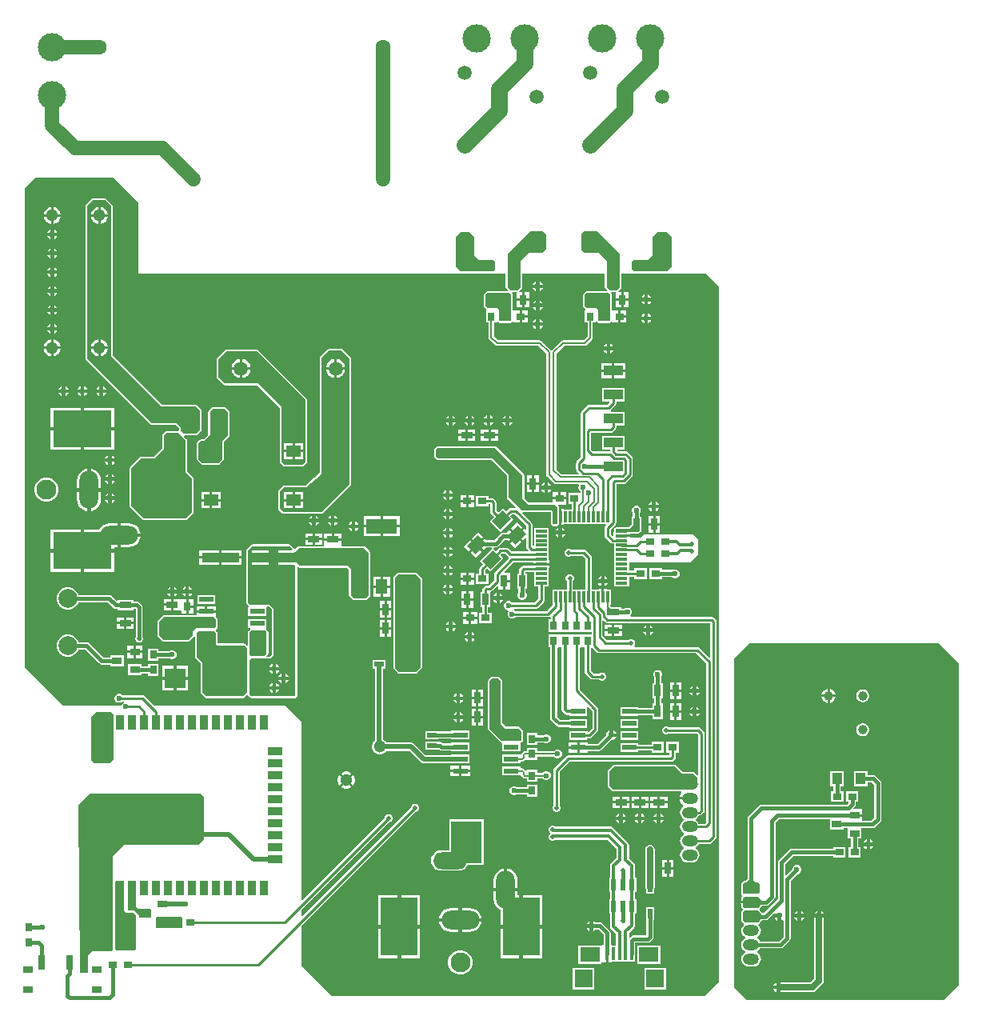
<source format=gtl>
%TF.GenerationSoftware,Altium Limited,Altium Designer,25.2.1 (25)*%
G04 Layer_Physical_Order=1*
G04 Layer_Color=255*
%FSLAX25Y25*%
%MOIN*%
%TF.SameCoordinates,F6C81A79-D505-4479-B840-BDF532C21910*%
%TF.FilePolarity,Positive*%
%TF.FileFunction,Copper,L1,Top,Signal*%
%TF.Part,Single*%
G01*
G75*
%TA.AperFunction,SMDPad,CuDef*%
%ADD10R,0.02756X0.05118*%
%TA.AperFunction,SMDPad,SMDef*%
%ADD11R,0.17323X0.12992*%
%ADD12R,0.24410X0.15354*%
%TA.AperFunction,SMDPad,CuDef*%
%ADD13R,0.06102X0.02362*%
%ADD14R,0.05118X0.02756*%
%ADD15R,0.03800X0.03100*%
%ADD16R,0.07874X0.04331*%
%ADD17R,0.04134X0.02165*%
%ADD18R,0.03100X0.03800*%
%ADD19R,0.12992X0.06299*%
%ADD20R,0.04724X0.06299*%
%ADD21R,0.04331X0.04921*%
%ADD22R,0.04370X0.03150*%
%ADD23R,0.03937X0.01968*%
%TA.AperFunction,SMDPad,SMDef*%
%ADD24R,0.12992X0.17323*%
%ADD25R,0.15354X0.24410*%
%TA.AperFunction,SMDPad,CuDef*%
G04:AMPARAMS|DCode=26|XSize=62.99mil|YSize=49.21mil|CornerRadius=0mil|HoleSize=0mil|Usage=FLASHONLY|Rotation=225.000|XOffset=0mil|YOffset=0mil|HoleType=Round|Shape=Rectangle|*
%AMROTATEDRECTD26*
4,1,4,0.00487,0.03967,0.03967,0.00487,-0.00487,-0.03967,-0.03967,-0.00487,0.00487,0.03967,0.0*
%
%ADD26ROTATEDRECTD26*%

%ADD27R,0.04724X0.01181*%
%ADD28R,0.01181X0.04724*%
%ADD29R,0.02362X0.04724*%
%ADD30R,0.02165X0.04134*%
%ADD31R,0.07480X0.07480*%
%ADD32R,0.08268X0.06299*%
%ADD33R,0.01575X0.05315*%
%ADD34R,0.03150X0.04370*%
%ADD35R,0.02756X0.05906*%
%ADD36R,0.03937X0.03150*%
%ADD37R,0.03543X0.05906*%
%ADD38R,0.05906X0.03543*%
%TA.AperFunction,BGAPad,CuDef*%
%ADD39R,0.03543X0.03543*%
%TA.AperFunction,SMDPad,CuDef*%
%ADD40R,0.06102X0.04724*%
%ADD41R,0.08858X0.08346*%
%ADD42R,0.15748X0.03937*%
%ADD43R,0.05118X0.13386*%
%ADD44R,0.03543X0.06299*%
%TA.AperFunction,Conductor*%
%ADD45C,0.01500*%
%ADD46C,0.02500*%
%ADD47C,0.01100*%
%ADD48C,0.01470*%
%ADD49C,0.00800*%
%ADD50C,0.01000*%
%ADD51C,0.02000*%
%ADD52C,0.01400*%
%ADD53C,0.01470*%
%ADD54C,0.07000*%
%ADD55C,0.06000*%
%TA.AperFunction,ComponentPad*%
%ADD56C,0.03937*%
%ADD57C,0.08268*%
%ADD58O,0.07874X0.15748*%
%ADD59O,0.15748X0.07874*%
%ADD60O,0.07087X0.14173*%
%ADD61C,0.05906*%
%ADD62O,0.06693X0.04724*%
%ADD63C,0.05118*%
%ADD64O,0.14173X0.07087*%
%ADD65C,0.11811*%
%ADD66C,0.07874*%
%ADD67C,0.06299*%
%TA.AperFunction,ViaPad*%
%ADD68C,0.01968*%
%ADD69C,0.02362*%
G36*
X274016Y320866D02*
X274016Y308661D01*
X272047Y306693D01*
X258268Y306693D01*
X257480Y307480D01*
Y310630D01*
X258268Y311417D01*
X264173Y311417D01*
X266142Y313386D01*
Y320866D01*
X268110Y322835D01*
X272047D01*
X274016Y320866D01*
D02*
G37*
G36*
X191732D02*
Y313386D01*
X193701Y311417D01*
X199606Y311417D01*
X200394Y310630D01*
Y307480D01*
X199606Y306693D01*
X185827Y306693D01*
X183858Y308661D01*
X183858Y320866D01*
X185827Y322835D01*
X189764D01*
X191732Y320866D01*
D02*
G37*
G36*
X252362Y313779D02*
Y300000D01*
X251181Y298819D01*
X248031D01*
X246850Y300000D01*
Y311024D01*
X243701Y314173D01*
X237795D01*
X236221Y315748D01*
Y322047D01*
X237402Y323228D01*
X242913D01*
X252362Y313779D01*
D02*
G37*
G36*
X221654Y322047D02*
Y315748D01*
X220079Y314173D01*
X214173D01*
X211024Y311024D01*
Y300000D01*
X209842Y298819D01*
X206693D01*
X205512Y300000D01*
Y313779D01*
X214961Y323228D01*
X220472D01*
X221654Y322047D01*
D02*
G37*
G36*
X246137Y300000D02*
X246191Y299727D01*
X246346Y299495D01*
X247028Y298814D01*
X246836Y298352D01*
X238583D01*
X238310Y298297D01*
X238310Y298297D01*
X238078Y298143D01*
X237291Y297355D01*
X237136Y297123D01*
X237082Y296850D01*
Y292126D01*
X237136Y291853D01*
X237291Y291621D01*
X238017Y290895D01*
X237974Y290646D01*
X237835Y290395D01*
X237711D01*
Y285195D01*
X238839D01*
Y279401D01*
X237331Y277893D01*
X228740D01*
X228740Y277893D01*
X228311Y277808D01*
X227947Y277565D01*
X227947Y277565D01*
X224141Y273759D01*
X223819Y273677D01*
X223496Y273759D01*
X219691Y277565D01*
X219327Y277808D01*
X218898Y277893D01*
X218898Y277893D01*
X201646D01*
X199941Y279598D01*
Y285195D01*
X201069D01*
Y285424D01*
X201155Y285488D01*
X201569Y285611D01*
X201857Y285322D01*
X202089Y285167D01*
X202362Y285113D01*
X206693D01*
X206966Y285167D01*
X207198Y285322D01*
X207591Y285716D01*
X207624Y285765D01*
X208124Y285614D01*
Y285245D01*
X210524D01*
Y287795D01*
Y290345D01*
X208300D01*
X208124Y290345D01*
X207800Y290711D01*
Y296850D01*
X207746Y297124D01*
X207591Y297355D01*
X207303Y297643D01*
X207494Y298105D01*
X209022D01*
X209433Y297890D01*
X209433Y297605D01*
Y295205D01*
X211508D01*
Y297890D01*
X210612D01*
X210487Y298091D01*
X210423Y298390D01*
X211528Y299495D01*
X211683Y299727D01*
X211737Y300000D01*
Y305512D01*
X246137D01*
Y300000D01*
D02*
G37*
G36*
X248425Y296850D02*
Y286221D01*
X248031Y285827D01*
X243701D01*
X243307Y286221D01*
Y290551D01*
X242520Y291339D01*
X238583D01*
X237795Y292126D01*
Y296850D01*
X238583Y297638D01*
X247638D01*
X248425Y296850D01*
D02*
G37*
G36*
X207087D02*
Y286221D01*
X206693Y285827D01*
X202362D01*
X201969Y286221D01*
Y290551D01*
X201181Y291339D01*
X197244D01*
X196457Y292126D01*
Y296850D01*
X197244Y297638D01*
X206299D01*
X207087Y296850D01*
D02*
G37*
G36*
X260630Y203543D02*
X260630Y198819D01*
X259842Y198031D01*
X250787D01*
Y199213D01*
X256299D01*
X257874Y200787D01*
X257874Y203543D01*
X260630Y203543D01*
D02*
G37*
G36*
X40157Y122835D02*
X41339Y121653D01*
Y112992D01*
Y103150D01*
X39764Y101575D01*
X33465D01*
X31890Y103150D01*
X31890Y120866D01*
X33858Y122835D01*
X40157Y122835D01*
D02*
G37*
G36*
X50787Y51968D02*
Y41732D01*
X51575Y40945D01*
X56693D01*
X57087Y40551D01*
Y37795D01*
X56693Y37402D01*
X52362D01*
X51968Y37795D01*
Y38189D01*
X51181Y38976D01*
X50000Y40157D01*
X47638D01*
X47244Y40551D01*
Y52362D01*
X47638Y52756D01*
X50000D01*
X50787Y51968D01*
D02*
G37*
G36*
X70079Y37402D02*
Y33465D01*
X69685Y33071D01*
X59449D01*
X59055Y33465D01*
Y37402D01*
X59449Y37795D01*
X69685D01*
X70079Y37402D01*
D02*
G37*
G36*
X45669Y51968D02*
Y40157D01*
X46457Y39370D01*
X49606D01*
X50787Y38189D01*
Y24409D01*
X50000Y23622D01*
X42520D01*
X42126Y24016D01*
Y52362D01*
X42520Y52756D01*
X44882D01*
X45669Y51968D01*
D02*
G37*
G36*
X79134Y87402D02*
Y70079D01*
X76772Y67716D01*
X45669D01*
X40945Y62992D01*
Y24016D01*
X40157Y23228D01*
X32283D01*
X30709Y21654D01*
Y14567D01*
X30315Y14173D01*
X27559D01*
X27177Y14556D01*
X26774Y84254D01*
X31496Y88976D01*
X77559D01*
X79134Y87402D01*
D02*
G37*
G36*
X51575Y335433D02*
Y305512D01*
X204798D01*
Y300000D01*
X204852Y299727D01*
X205007Y299495D01*
X205689Y298814D01*
X205498Y298352D01*
X197244D01*
X196971Y298297D01*
X196971Y298297D01*
X196739Y298143D01*
X195952Y297355D01*
X195797Y297123D01*
X195743Y296850D01*
Y292126D01*
X195797Y291853D01*
X195952Y291621D01*
X196678Y290895D01*
X196609Y290499D01*
X196569Y290395D01*
X196569Y290347D01*
Y285195D01*
X197697D01*
Y279134D01*
X197697Y279134D01*
X197783Y278705D01*
X198026Y278341D01*
X200388Y275979D01*
X200752Y275735D01*
X201181Y275650D01*
X201181Y275650D01*
X218433D01*
X221713Y272370D01*
Y221877D01*
X221713Y221877D01*
X221798Y221448D01*
X222042Y221084D01*
X224840Y218286D01*
X224840Y218286D01*
X225204Y218043D01*
X225633Y217957D01*
X235017D01*
X235284Y217457D01*
X235078Y216960D01*
Y216211D01*
X235364Y215520D01*
X235893Y214991D01*
X235898Y214988D01*
Y214258D01*
X230864D01*
Y209758D01*
X232241D01*
Y208193D01*
X232241Y208193D01*
Y207393D01*
X229149D01*
Y207693D01*
X228059D01*
Y204331D01*
Y200969D01*
X229149D01*
Y201269D01*
X246451D01*
X246642Y200807D01*
X246343Y200507D01*
X246067Y200094D01*
X245970Y199606D01*
Y196531D01*
X246067Y196043D01*
X246343Y195630D01*
X248386Y193587D01*
X248799Y193311D01*
X249287Y193214D01*
X250087D01*
Y191229D01*
Y187292D01*
Y183355D01*
Y179418D01*
Y175481D01*
X256211D01*
Y179485D01*
X258424D01*
Y178459D01*
X263624D01*
Y182959D01*
X258424D01*
Y181932D01*
X256211D01*
Y185324D01*
X281780D01*
X285039Y188583D01*
Y194882D01*
X283071Y196850D01*
X262286D01*
X261104Y195669D01*
X256511Y195669D01*
Y195957D01*
X253149D01*
Y196957D01*
X256511D01*
Y197318D01*
X259842D01*
X260116Y197372D01*
X260347Y197527D01*
X260742Y197922D01*
X261330D01*
Y198750D01*
X261344Y198819D01*
X261344Y203543D01*
X261330Y203612D01*
Y204440D01*
X260730D01*
Y205905D01*
X260846Y206021D01*
X261133Y206712D01*
Y207460D01*
X260846Y208152D01*
X260317Y208681D01*
X259626Y208967D01*
X258877D01*
X258186Y208681D01*
X257657Y208152D01*
X257370Y207460D01*
Y206712D01*
X257657Y206021D01*
X257774Y205904D01*
Y204440D01*
X257174D01*
Y203612D01*
X257160Y203543D01*
X257160Y201083D01*
X256004Y199926D01*
X250787D01*
X250514Y199872D01*
X250283Y199717D01*
X250282Y199716D01*
X250087D01*
Y199279D01*
X250074Y199213D01*
Y198047D01*
X249787D01*
Y196444D01*
X249325Y196253D01*
X248519Y197059D01*
Y199078D01*
X250507Y201067D01*
X250784Y201481D01*
X250881Y201969D01*
Y217976D01*
X250922Y218017D01*
X253967D01*
X254455Y218114D01*
X254868Y218390D01*
X257445Y220966D01*
X257721Y221380D01*
X257818Y221868D01*
Y228684D01*
X257721Y229171D01*
X257445Y229585D01*
X255687Y231342D01*
X255274Y231618D01*
X254786Y231715D01*
X251567D01*
X251422Y231910D01*
X251674Y232410D01*
X254243D01*
Y238141D01*
X244969D01*
Y232410D01*
X248332D01*
Y231831D01*
X248252Y231765D01*
X241079D01*
X240426Y232418D01*
Y239277D01*
X248547D01*
X249035Y239374D01*
X249448Y239650D01*
X250507Y240709D01*
X250784Y241123D01*
X250881Y241610D01*
Y242410D01*
X254243D01*
Y248141D01*
X248668D01*
X248602Y248229D01*
X248682Y248883D01*
X250507Y250709D01*
X250784Y251122D01*
X250881Y251610D01*
Y252410D01*
X254243D01*
Y258141D01*
X244969D01*
Y252410D01*
X247897D01*
X248104Y251910D01*
X247253Y251059D01*
X239548D01*
X239060Y250962D01*
X238647Y250686D01*
X236500Y248539D01*
X236224Y248126D01*
X236127Y247638D01*
Y229193D01*
X234463Y227529D01*
X234187Y227115D01*
X234090Y226627D01*
Y224190D01*
X234187Y223702D01*
X234463Y223289D01*
X235339Y222412D01*
X235148Y221950D01*
X228024D01*
X225925Y224049D01*
Y272370D01*
X229205Y275650D01*
X237795D01*
X237795Y275650D01*
X238225Y275735D01*
X238588Y275979D01*
X240754Y278144D01*
X240754Y278144D01*
X240997Y278508D01*
X241082Y278937D01*
Y285195D01*
X242211D01*
Y285770D01*
X242238Y285781D01*
X242711Y285853D01*
X242802Y285716D01*
X243196Y285322D01*
X243428Y285167D01*
X243701Y285113D01*
X248031D01*
X248305Y285167D01*
X248536Y285322D01*
X248766Y285552D01*
X249266Y285345D01*
Y285245D01*
X251666D01*
Y287795D01*
Y290345D01*
X249266Y290345D01*
X249139Y290793D01*
Y296850D01*
X249085Y297124D01*
X248930Y297355D01*
X248642Y297643D01*
X248833Y298105D01*
X250361D01*
X250772Y297890D01*
X250772Y297605D01*
Y295205D01*
X252847D01*
Y297890D01*
X251951D01*
X251825Y298091D01*
X251761Y298390D01*
X252867Y299495D01*
X253022Y299727D01*
X253076Y300000D01*
Y305512D01*
X288189D01*
X293701Y300000D01*
Y10630D01*
X287795Y4724D01*
X132283D01*
X119685Y17323D01*
Y34024D01*
X167047Y81387D01*
X167264D01*
X167883Y81643D01*
X168357Y82117D01*
X168613Y82736D01*
Y83406D01*
X168357Y84025D01*
X167883Y84499D01*
X167264Y84755D01*
X166594D01*
X165975Y84499D01*
X165501Y84025D01*
X165245Y83406D01*
Y83189D01*
X120147Y38091D01*
X119685Y38282D01*
Y40717D01*
X156024Y77056D01*
X156240D01*
X156860Y77312D01*
X157333Y77786D01*
X157590Y78405D01*
Y79075D01*
X157333Y79694D01*
X156860Y80168D01*
X156240Y80424D01*
X155570D01*
X154952Y80168D01*
X154478Y79694D01*
X154221Y79075D01*
Y78858D01*
X120147Y44784D01*
X119685Y44975D01*
Y118898D01*
X112992Y125591D01*
X58263D01*
X54212Y129641D01*
X53799Y129918D01*
X53311Y130015D01*
X45087D01*
X44766Y130335D01*
X44075Y130621D01*
X43327D01*
X42635Y130335D01*
X42106Y129806D01*
X41820Y129114D01*
Y128366D01*
X42106Y127675D01*
X42635Y127145D01*
X43327Y126859D01*
X44075D01*
X44766Y127145D01*
X45087Y127466D01*
X45712D01*
X45811Y126966D01*
X45391Y126792D01*
X44862Y126262D01*
X44584Y125591D01*
X20472D01*
X4331Y141732D01*
Y341339D01*
X8661Y345669D01*
X41339D01*
X51575Y335433D01*
D02*
G37*
G36*
X393701Y143307D02*
Y36614D01*
Y9449D01*
X387402Y3150D01*
X305118D01*
X300000Y8268D01*
Y145276D01*
X306299Y151575D01*
X385433D01*
X393701Y143307D01*
D02*
G37*
%LPC*%
G36*
X218860Y302444D02*
Y301144D01*
X220160D01*
X219959Y301629D01*
X219346Y302243D01*
X218860Y302444D01*
D02*
G37*
G36*
X217360D02*
X216875Y302243D01*
X216261Y301629D01*
X216060Y301144D01*
X217360D01*
Y302444D01*
D02*
G37*
G36*
X220160Y299644D02*
X218860D01*
Y298344D01*
X219346Y298545D01*
X219959Y299158D01*
X220160Y299644D01*
D02*
G37*
G36*
X217360D02*
X216060D01*
X216261Y299158D01*
X216875Y298545D01*
X217360Y298344D01*
Y299644D01*
D02*
G37*
G36*
X214583Y297890D02*
X212508D01*
Y295205D01*
X214583D01*
Y297890D01*
D02*
G37*
G36*
X218860Y294570D02*
Y293270D01*
X220160D01*
X219959Y293755D01*
X219346Y294369D01*
X218860Y294570D01*
D02*
G37*
G36*
X217360D02*
X216875Y294369D01*
X216261Y293755D01*
X216060Y293270D01*
X217360D01*
Y294570D01*
D02*
G37*
G36*
X214583Y294205D02*
X212508D01*
Y291520D01*
X214583D01*
Y294205D01*
D02*
G37*
G36*
X211508D02*
X209433D01*
Y291520D01*
X211508D01*
Y294205D01*
D02*
G37*
G36*
X220160Y291770D02*
X218860D01*
Y290470D01*
X219346Y290671D01*
X219959Y291284D01*
X220160Y291770D01*
D02*
G37*
G36*
X217360D02*
X216060D01*
X216261Y291284D01*
X216875Y290671D01*
X217360Y290470D01*
Y291770D01*
D02*
G37*
G36*
X211524Y290345D02*
Y288295D01*
X213924D01*
Y290345D01*
X211524D01*
D02*
G37*
G36*
X218860Y286696D02*
Y285396D01*
X220160D01*
X219959Y285881D01*
X219346Y286495D01*
X218860Y286696D01*
D02*
G37*
G36*
X217360D02*
X216875Y286495D01*
X216261Y285881D01*
X216060Y285396D01*
X217360D01*
Y286696D01*
D02*
G37*
G36*
X213924Y287295D02*
X211524D01*
Y285245D01*
X213924D01*
Y287295D01*
D02*
G37*
G36*
X220160Y283896D02*
X218860D01*
Y282595D01*
X219346Y282797D01*
X219959Y283410D01*
X220160Y283896D01*
D02*
G37*
G36*
X217360D02*
X216060D01*
X216261Y283410D01*
X216875Y282797D01*
X217360Y282595D01*
Y283896D01*
D02*
G37*
G36*
X16248Y333472D02*
Y330421D01*
X19299D01*
X19064Y331295D01*
X18596Y332107D01*
X17933Y332769D01*
X17122Y333238D01*
X16248Y333472D01*
D02*
G37*
G36*
X15248D02*
X14374Y333238D01*
X13563Y332769D01*
X12900Y332107D01*
X12432Y331295D01*
X12197Y330421D01*
X15248D01*
Y333472D01*
D02*
G37*
G36*
X19299Y329421D02*
X16248D01*
Y326371D01*
X17122Y326605D01*
X17933Y327073D01*
X18596Y327736D01*
X19064Y328548D01*
X19299Y329421D01*
D02*
G37*
G36*
X15248D02*
X12197D01*
X12432Y328548D01*
X12900Y327736D01*
X13563Y327073D01*
X14374Y326605D01*
X15248Y326371D01*
Y329421D01*
D02*
G37*
G36*
X16498Y324097D02*
Y322797D01*
X17798D01*
X17597Y323283D01*
X16984Y323896D01*
X16498Y324097D01*
D02*
G37*
G36*
X14998D02*
X14513Y323896D01*
X13899Y323283D01*
X13698Y322797D01*
X14998D01*
Y324097D01*
D02*
G37*
G36*
X17798Y321297D02*
X16498D01*
Y319997D01*
X16984Y320198D01*
X17597Y320812D01*
X17798Y321297D01*
D02*
G37*
G36*
X14998D02*
X13698D01*
X13899Y320812D01*
X14513Y320198D01*
X14998Y319997D01*
Y321297D01*
D02*
G37*
G36*
X16498Y316223D02*
Y314923D01*
X17798D01*
X17597Y315409D01*
X16984Y316022D01*
X16498Y316223D01*
D02*
G37*
G36*
X14998D02*
X14513Y316022D01*
X13899Y315409D01*
X13698Y314923D01*
X14998D01*
Y316223D01*
D02*
G37*
G36*
X17798Y313423D02*
X16498D01*
Y312123D01*
X16984Y312324D01*
X17597Y312938D01*
X17798Y313423D01*
D02*
G37*
G36*
X14998D02*
X13698D01*
X13899Y312938D01*
X14513Y312324D01*
X14998Y312123D01*
Y313423D01*
D02*
G37*
G36*
X16498Y308349D02*
Y307049D01*
X17798D01*
X17597Y307535D01*
X16984Y308148D01*
X16498Y308349D01*
D02*
G37*
G36*
X14998D02*
X14513Y308148D01*
X13899Y307535D01*
X13698Y307049D01*
X14998D01*
Y308349D01*
D02*
G37*
G36*
X17798Y305549D02*
X16498D01*
Y304249D01*
X16984Y304450D01*
X17597Y305064D01*
X17798Y305549D01*
D02*
G37*
G36*
X14998D02*
X13698D01*
X13899Y305064D01*
X14513Y304450D01*
X14998Y304249D01*
Y305549D01*
D02*
G37*
G36*
X16498Y300475D02*
Y299175D01*
X17798D01*
X17597Y299661D01*
X16984Y300274D01*
X16498Y300475D01*
D02*
G37*
G36*
X14998D02*
X14513Y300274D01*
X13899Y299661D01*
X13698Y299175D01*
X14998D01*
Y300475D01*
D02*
G37*
G36*
X17798Y297675D02*
X16498D01*
Y296375D01*
X16984Y296576D01*
X17597Y297190D01*
X17798Y297675D01*
D02*
G37*
G36*
X14998D02*
X13698D01*
X13899Y297190D01*
X14513Y296576D01*
X14998Y296375D01*
Y297675D01*
D02*
G37*
G36*
X264136Y296932D02*
Y295632D01*
X265436D01*
X265235Y296117D01*
X264621Y296731D01*
X264136Y296932D01*
D02*
G37*
G36*
X262636D02*
X262150Y296731D01*
X261537Y296117D01*
X261336Y295632D01*
X262636D01*
Y296932D01*
D02*
G37*
G36*
X255921Y297890D02*
X253847D01*
Y295205D01*
X255921D01*
Y297890D01*
D02*
G37*
G36*
X265436Y294132D02*
X264136D01*
Y292832D01*
X264621Y293033D01*
X265235Y293646D01*
X265436Y294132D01*
D02*
G37*
G36*
X262636D02*
X261336D01*
X261537Y293646D01*
X262150Y293033D01*
X262636Y292832D01*
Y294132D01*
D02*
G37*
G36*
X255921Y294205D02*
X253847D01*
Y291520D01*
X255921D01*
Y294205D01*
D02*
G37*
G36*
X252847D02*
X250772D01*
Y291520D01*
X252847D01*
Y294205D01*
D02*
G37*
G36*
X16498Y292601D02*
Y291301D01*
X17798D01*
X17597Y291787D01*
X16984Y292400D01*
X16498Y292601D01*
D02*
G37*
G36*
X14998D02*
X14513Y292400D01*
X13899Y291787D01*
X13698Y291301D01*
X14998D01*
Y292601D01*
D02*
G37*
G36*
X17798Y289801D02*
X16498D01*
Y288501D01*
X16984Y288702D01*
X17597Y289316D01*
X17798Y289801D01*
D02*
G37*
G36*
X14998D02*
X13698D01*
X13899Y289316D01*
X14513Y288702D01*
X14998Y288501D01*
Y289801D01*
D02*
G37*
G36*
X252666Y290345D02*
Y288295D01*
X255066D01*
Y290345D01*
X252666D01*
D02*
G37*
G36*
X264136Y289058D02*
Y287758D01*
X265436D01*
X265235Y288243D01*
X264621Y288857D01*
X264136Y289058D01*
D02*
G37*
G36*
X262636D02*
X262150Y288857D01*
X261537Y288243D01*
X261336Y287758D01*
X262636D01*
Y289058D01*
D02*
G37*
G36*
X255066Y287295D02*
X252666D01*
Y285245D01*
X255066D01*
Y287295D01*
D02*
G37*
G36*
X265436Y286258D02*
X264136D01*
Y284958D01*
X264621Y285159D01*
X265235Y285772D01*
X265436Y286258D01*
D02*
G37*
G36*
X262636D02*
X261336D01*
X261537Y285772D01*
X262150Y285159D01*
X262636Y284958D01*
Y286258D01*
D02*
G37*
G36*
X16498Y284727D02*
Y283427D01*
X17798D01*
X17597Y283913D01*
X16984Y284526D01*
X16498Y284727D01*
D02*
G37*
G36*
X14998D02*
X14513Y284526D01*
X13899Y283913D01*
X13698Y283427D01*
X14998D01*
Y284727D01*
D02*
G37*
G36*
X17798Y281927D02*
X16498D01*
Y280627D01*
X16984Y280828D01*
X17597Y281442D01*
X17798Y281927D01*
D02*
G37*
G36*
X14998D02*
X13698D01*
X13899Y281442D01*
X14513Y280828D01*
X14998Y280627D01*
Y281927D01*
D02*
G37*
G36*
X16248Y278354D02*
Y275303D01*
X19299D01*
X19064Y276177D01*
X18596Y276989D01*
X17933Y277651D01*
X17122Y278120D01*
X16248Y278354D01*
D02*
G37*
G36*
X15248D02*
X14374Y278120D01*
X13563Y277651D01*
X12900Y276989D01*
X12432Y276177D01*
X12197Y275303D01*
X15248D01*
Y278354D01*
D02*
G37*
G36*
X248388Y276460D02*
Y275160D01*
X249688D01*
X249487Y275645D01*
X248873Y276258D01*
X248388Y276460D01*
D02*
G37*
G36*
X246888D02*
X246402Y276258D01*
X245789Y275645D01*
X245588Y275160D01*
X246888D01*
Y276460D01*
D02*
G37*
G36*
X249688Y273659D02*
X248388D01*
Y272359D01*
X248873Y272560D01*
X249487Y273174D01*
X249688Y273659D01*
D02*
G37*
G36*
X246888D02*
X245588D01*
X245789Y273174D01*
X246402Y272560D01*
X246888Y272359D01*
Y273659D01*
D02*
G37*
G36*
X19299Y274303D02*
X16248D01*
Y271252D01*
X17122Y271487D01*
X17933Y271955D01*
X18596Y272618D01*
X19064Y273429D01*
X19299Y274303D01*
D02*
G37*
G36*
X15248D02*
X12197D01*
X12432Y273429D01*
X12900Y272618D01*
X13563Y271955D01*
X14374Y271487D01*
X15248Y271252D01*
Y274303D01*
D02*
G37*
G36*
X254543Y268441D02*
X250106D01*
Y265776D01*
X254543D01*
Y268441D01*
D02*
G37*
G36*
X249106D02*
X244669D01*
Y265776D01*
X249106D01*
Y268441D01*
D02*
G37*
G36*
X254543Y264776D02*
X250106D01*
Y262110D01*
X254543D01*
Y264776D01*
D02*
G37*
G36*
X249106D02*
X244669D01*
Y262110D01*
X249106D01*
Y264776D01*
D02*
G37*
G36*
X36970Y258743D02*
Y257443D01*
X38271D01*
X38069Y257928D01*
X37456Y258542D01*
X36970Y258743D01*
D02*
G37*
G36*
X35471D02*
X34985Y258542D01*
X34371Y257928D01*
X34170Y257443D01*
X35471D01*
Y258743D01*
D02*
G37*
G36*
X29096D02*
Y257443D01*
X30397D01*
X30196Y257928D01*
X29582Y258542D01*
X29096Y258743D01*
D02*
G37*
G36*
X27597D02*
X27111Y258542D01*
X26497Y257928D01*
X26296Y257443D01*
X27597D01*
Y258743D01*
D02*
G37*
G36*
X21223D02*
Y257443D01*
X22523D01*
X22321Y257928D01*
X21708Y258542D01*
X21223Y258743D01*
D02*
G37*
G36*
X19723D02*
X19237Y258542D01*
X18623Y257928D01*
X18422Y257443D01*
X19723D01*
Y258743D01*
D02*
G37*
G36*
X38271Y255943D02*
X36970D01*
Y254643D01*
X37456Y254844D01*
X38069Y255457D01*
X38271Y255943D01*
D02*
G37*
G36*
X35471D02*
X34170D01*
X34371Y255457D01*
X34985Y254844D01*
X35471Y254643D01*
Y255943D01*
D02*
G37*
G36*
X30397D02*
X29096D01*
Y254643D01*
X29582Y254844D01*
X30196Y255457D01*
X30397Y255943D01*
D02*
G37*
G36*
X27597D02*
X26296D01*
X26497Y255457D01*
X27111Y254844D01*
X27597Y254643D01*
Y255943D01*
D02*
G37*
G36*
X22523D02*
X21223D01*
Y254643D01*
X21708Y254844D01*
X22321Y255457D01*
X22523Y255943D01*
D02*
G37*
G36*
X19723D02*
X18422D01*
X18623Y255457D01*
X19237Y254844D01*
X19723Y254643D01*
Y255943D01*
D02*
G37*
G36*
X206262Y246538D02*
Y245238D01*
X207562D01*
X207361Y245724D01*
X206747Y246337D01*
X206262Y246538D01*
D02*
G37*
G36*
X204762D02*
X204276Y246337D01*
X203663Y245724D01*
X203462Y245238D01*
X204762D01*
Y246538D01*
D02*
G37*
G36*
X198388D02*
Y245238D01*
X199688D01*
X199487Y245724D01*
X198873Y246337D01*
X198388Y246538D01*
D02*
G37*
G36*
X196888D02*
X196402Y246337D01*
X195789Y245724D01*
X195588Y245238D01*
X196888D01*
Y246538D01*
D02*
G37*
G36*
X190514D02*
Y245238D01*
X191814D01*
X191613Y245724D01*
X190999Y246337D01*
X190514Y246538D01*
D02*
G37*
G36*
X189014D02*
X188528Y246337D01*
X187915Y245724D01*
X187714Y245238D01*
X189014D01*
Y246538D01*
D02*
G37*
G36*
X182640D02*
Y245238D01*
X183940D01*
X183739Y245724D01*
X183125Y246337D01*
X182640Y246538D01*
D02*
G37*
G36*
X181140D02*
X180654Y246337D01*
X180041Y245724D01*
X179840Y245238D01*
X181140D01*
Y246538D01*
D02*
G37*
G36*
X207562Y243738D02*
X206262D01*
Y242438D01*
X206747Y242639D01*
X207361Y243253D01*
X207562Y243738D01*
D02*
G37*
G36*
X204762D02*
X203462D01*
X203663Y243253D01*
X204276Y242639D01*
X204762Y242438D01*
Y243738D01*
D02*
G37*
G36*
X199688D02*
X198388D01*
Y242438D01*
X198873Y242639D01*
X199487Y243253D01*
X199688Y243738D01*
D02*
G37*
G36*
X196888D02*
X195588D01*
X195789Y243253D01*
X196402Y242639D01*
X196888Y242438D01*
Y243738D01*
D02*
G37*
G36*
X191814D02*
X190514D01*
Y242438D01*
X190999Y242639D01*
X191613Y243253D01*
X191814Y243738D01*
D02*
G37*
G36*
X189014D02*
X187714D01*
X187915Y243253D01*
X188528Y242639D01*
X189014Y242438D01*
Y243738D01*
D02*
G37*
G36*
X183940D02*
X182640D01*
Y242438D01*
X183125Y242639D01*
X183739Y243253D01*
X183940Y243738D01*
D02*
G37*
G36*
X181140D02*
X179840D01*
X180041Y243253D01*
X180654Y242639D01*
X181140Y242438D01*
Y243738D01*
D02*
G37*
G36*
X41551Y249622D02*
X29096D01*
Y241695D01*
X41551D01*
Y249622D01*
D02*
G37*
G36*
X27596D02*
X15142D01*
Y241695D01*
X27596D01*
Y249622D01*
D02*
G37*
G36*
X192142Y240764D02*
X189083D01*
Y238886D01*
X192142D01*
Y240764D01*
D02*
G37*
G36*
X188083D02*
X185024D01*
Y238886D01*
X188083D01*
Y240764D01*
D02*
G37*
G36*
X201590D02*
X198531D01*
Y238886D01*
X201590D01*
Y240764D01*
D02*
G37*
G36*
X197531D02*
X194472D01*
Y238886D01*
X197531D01*
Y240764D01*
D02*
G37*
G36*
X201590Y237886D02*
X198531D01*
Y236008D01*
X201590D01*
Y237886D01*
D02*
G37*
G36*
X197531D02*
X194472D01*
Y236008D01*
X197531D01*
Y237886D01*
D02*
G37*
G36*
X192142Y237886D02*
X189083D01*
Y236008D01*
X192142D01*
Y237886D01*
D02*
G37*
G36*
X188083D02*
X185024D01*
Y236008D01*
X188083D01*
Y237886D01*
D02*
G37*
G36*
X41551Y240195D02*
X29096D01*
Y232268D01*
X41551D01*
Y240195D01*
D02*
G37*
G36*
X27596D02*
X15142D01*
Y232268D01*
X27596D01*
Y240195D01*
D02*
G37*
G36*
X40514Y230003D02*
Y228703D01*
X41814D01*
X41613Y229188D01*
X40999Y229802D01*
X40514Y230003D01*
D02*
G37*
G36*
X39014D02*
X38528Y229802D01*
X37915Y229188D01*
X37714Y228703D01*
X39014D01*
Y230003D01*
D02*
G37*
G36*
X87795Y249926D02*
X82677D01*
X82404Y249872D01*
X82173Y249717D01*
X80991Y248536D01*
X80837Y248305D01*
X80782Y248031D01*
X80782Y238485D01*
X78838Y236541D01*
X77559D01*
X77286Y236486D01*
X77054Y236331D01*
X76267Y235544D01*
X76112Y235313D01*
X76058Y235039D01*
Y228346D01*
X76112Y228073D01*
X76267Y227842D01*
X77842Y226267D01*
X78073Y226112D01*
X78347Y226058D01*
X85039D01*
X85312Y226112D01*
X85544Y226267D01*
X87119Y227842D01*
X87274Y228073D01*
X87328Y228346D01*
Y235531D01*
X89481Y237684D01*
X89636Y237916D01*
X89690Y238189D01*
Y248031D01*
X89636Y248305D01*
X89481Y248536D01*
X88300Y249717D01*
X88068Y249872D01*
X87795Y249926D01*
D02*
G37*
G36*
X41814Y227203D02*
X40514D01*
Y225903D01*
X40999Y226104D01*
X41613Y226717D01*
X41814Y227203D01*
D02*
G37*
G36*
X39014D02*
X37714D01*
X37915Y226717D01*
X38528Y226104D01*
X39014Y225903D01*
Y227203D01*
D02*
G37*
G36*
X101181Y273942D02*
X88189D01*
X87916Y273888D01*
X87684Y273733D01*
X84535Y270583D01*
X84380Y270352D01*
X84326Y270079D01*
Y262598D01*
X84380Y262325D01*
X84535Y262094D01*
X87291Y259338D01*
X87522Y259183D01*
X87795Y259129D01*
X101279D01*
X110704Y249704D01*
Y227165D01*
X110758Y226892D01*
X110913Y226661D01*
X112094Y225480D01*
X112325Y225325D01*
X112598Y225271D01*
X120079D01*
X120352Y225325D01*
X120583Y225480D01*
X121765Y226661D01*
X121919Y226892D01*
X121974Y227165D01*
Y253150D01*
X121919Y253423D01*
X121765Y253654D01*
X101686Y273733D01*
X101454Y273888D01*
X101181Y273942D01*
D02*
G37*
G36*
X40514Y222129D02*
Y220829D01*
X41814D01*
X41613Y221314D01*
X40999Y221928D01*
X40514Y222129D01*
D02*
G37*
G36*
X39014D02*
X38528Y221928D01*
X37915Y221314D01*
X37714Y220829D01*
X39014D01*
Y222129D01*
D02*
G37*
G36*
X218520Y221669D02*
X216642D01*
Y218610D01*
X218520D01*
Y221669D01*
D02*
G37*
G36*
X215642D02*
X213764D01*
Y218610D01*
X215642D01*
Y221669D01*
D02*
G37*
G36*
X41814Y219329D02*
X40514D01*
Y218029D01*
X40999Y218230D01*
X41613Y218843D01*
X41814Y219329D01*
D02*
G37*
G36*
X39014D02*
X37714D01*
X37915Y218843D01*
X38528Y218230D01*
X39014Y218029D01*
Y219329D01*
D02*
G37*
G36*
X222404Y218586D02*
Y217285D01*
X223704D01*
X223503Y217771D01*
X222889Y218385D01*
X222404Y218586D01*
D02*
G37*
G36*
X220903D02*
X220418Y218385D01*
X219805Y217771D01*
X219603Y217285D01*
X220903D01*
Y218586D01*
D02*
G37*
G36*
X31852Y224369D02*
Y216301D01*
X36082D01*
Y219488D01*
X35912Y220777D01*
X35415Y221978D01*
X34624Y223009D01*
X33592Y223801D01*
X32391Y224298D01*
X31852Y224369D01*
D02*
G37*
G36*
X30352D02*
X29814Y224298D01*
X28613Y223801D01*
X27581Y223009D01*
X26790Y221978D01*
X26292Y220777D01*
X26123Y219488D01*
Y216301D01*
X30352D01*
Y224369D01*
D02*
G37*
G36*
X218520Y217610D02*
X216642D01*
Y214551D01*
X218520D01*
Y217610D01*
D02*
G37*
G36*
X215642D02*
X213764D01*
Y214551D01*
X215642D01*
Y217610D01*
D02*
G37*
G36*
X223704Y215785D02*
X222404D01*
Y214485D01*
X222889Y214686D01*
X223503Y215300D01*
X223704Y215785D01*
D02*
G37*
G36*
X220903D02*
X219603D01*
X219805Y215300D01*
X220418Y214686D01*
X220903Y214485D01*
Y215785D01*
D02*
G37*
G36*
X181459Y215436D02*
Y214136D01*
X182759D01*
X182558Y214621D01*
X181944Y215235D01*
X181459Y215436D01*
D02*
G37*
G36*
X179959D02*
X179473Y215235D01*
X178860Y214621D01*
X178658Y214136D01*
X179959D01*
Y215436D01*
D02*
G37*
G36*
X40514Y214255D02*
Y212955D01*
X41814D01*
X41613Y213440D01*
X40999Y214054D01*
X40514Y214255D01*
D02*
G37*
G36*
X39014D02*
X38528Y214054D01*
X37915Y213440D01*
X37714Y212955D01*
X39014D01*
Y214255D01*
D02*
G37*
G36*
X230064Y214558D02*
X227664D01*
Y212508D01*
X230064D01*
Y214558D01*
D02*
G37*
G36*
X226664D02*
X224264D01*
Y212508D01*
X226664D01*
Y214558D01*
D02*
G37*
G36*
X85941Y214563D02*
X82390D01*
Y211701D01*
X85941D01*
Y214563D01*
D02*
G37*
G36*
X81390D02*
X77839D01*
Y211701D01*
X81390D01*
Y214563D01*
D02*
G37*
G36*
X182759Y212636D02*
X181459D01*
Y211336D01*
X181944Y211537D01*
X182558Y212150D01*
X182759Y212636D01*
D02*
G37*
G36*
X179959D02*
X178658D01*
X178860Y212150D01*
X179473Y211537D01*
X179959Y211336D01*
Y212636D01*
D02*
G37*
G36*
X191678Y213377D02*
X189278D01*
Y211327D01*
X191678D01*
Y213377D01*
D02*
G37*
G36*
X188278D02*
X185878D01*
Y211327D01*
X188278D01*
Y213377D01*
D02*
G37*
G36*
X14049Y220585D02*
X12723D01*
X11443Y220242D01*
X10295Y219579D01*
X9358Y218642D01*
X8695Y217494D01*
X8352Y216214D01*
Y214889D01*
X8695Y213608D01*
X9358Y212460D01*
X10295Y211523D01*
X11443Y210860D01*
X12723Y210517D01*
X14049D01*
X15329Y210860D01*
X16477Y211523D01*
X17414Y212460D01*
X18077Y213608D01*
X18420Y214889D01*
Y216214D01*
X18077Y217494D01*
X17414Y218642D01*
X16477Y219579D01*
X15329Y220242D01*
X14049Y220585D01*
D02*
G37*
G36*
X41814Y211455D02*
X40514D01*
Y210155D01*
X40999Y210356D01*
X41613Y210969D01*
X41814Y211455D01*
D02*
G37*
G36*
X39014D02*
X37714D01*
X37915Y210969D01*
X38528Y210356D01*
X39014Y210155D01*
Y211455D01*
D02*
G37*
G36*
X267285Y210712D02*
Y209411D01*
X268586D01*
X268385Y209897D01*
X267771Y210510D01*
X267285Y210712D01*
D02*
G37*
G36*
X265785D02*
X265300Y210510D01*
X264686Y209897D01*
X264485Y209411D01*
X265785D01*
Y210712D01*
D02*
G37*
G36*
X191678Y210327D02*
X189278D01*
Y208277D01*
X191678D01*
Y210327D01*
D02*
G37*
G36*
X188278D02*
X185878D01*
Y208277D01*
X188278D01*
Y210327D01*
D02*
G37*
G36*
X85941Y210701D02*
X82390D01*
Y207839D01*
X85941D01*
Y210701D01*
D02*
G37*
G36*
X81390D02*
X77839D01*
Y207839D01*
X81390D01*
Y210701D01*
D02*
G37*
G36*
X36082Y214801D02*
X31852D01*
Y206733D01*
X32391Y206804D01*
X33592Y207302D01*
X34624Y208093D01*
X35415Y209124D01*
X35912Y210325D01*
X36082Y211614D01*
Y214801D01*
D02*
G37*
G36*
X30352D02*
X26123D01*
Y211614D01*
X26292Y210325D01*
X26790Y209124D01*
X27581Y208093D01*
X28613Y207302D01*
X29814Y206804D01*
X30352Y206733D01*
Y214801D01*
D02*
G37*
G36*
X268586Y207911D02*
X267285D01*
Y206611D01*
X267771Y206812D01*
X268385Y207426D01*
X268586Y207911D01*
D02*
G37*
G36*
X265785D02*
X264485D01*
X264686Y207426D01*
X265300Y206812D01*
X265785Y206611D01*
Y207911D01*
D02*
G37*
G36*
X200394Y233785D02*
X176378D01*
X176105Y233730D01*
X175873Y233576D01*
X175086Y232788D01*
X174931Y232557D01*
X174877Y232283D01*
Y229528D01*
X174931Y229254D01*
X175086Y229023D01*
X175873Y228236D01*
X176105Y228081D01*
X176378Y228027D01*
X198917D01*
X205192Y221752D01*
Y212598D01*
X205246Y212325D01*
X205401Y212094D01*
X209027Y208467D01*
X208820Y207967D01*
X206867D01*
X206379Y207870D01*
X205966Y207594D01*
X204893Y206521D01*
X203559Y207855D01*
X201738Y206034D01*
X200881Y206891D01*
Y210182D01*
X200784Y210670D01*
X200507Y211084D01*
X199863Y211728D01*
X199450Y212004D01*
X198962Y212101D01*
X197678D01*
Y213077D01*
X192478D01*
Y208577D01*
X197678D01*
Y209552D01*
X198332D01*
Y206363D01*
X198429Y205875D01*
X198705Y205462D01*
X199936Y204231D01*
X198115Y202410D01*
X202585Y197941D01*
X208029Y203385D01*
X206695Y204718D01*
X207395Y205418D01*
X208527D01*
X213292Y200653D01*
Y199198D01*
X212830Y199007D01*
X212484Y199354D01*
X209903Y196773D01*
X211997Y194679D01*
X212830Y195513D01*
X213292Y195322D01*
Y191807D01*
X213389Y191319D01*
X213666Y190905D01*
X214252Y190319D01*
X214061Y189857D01*
X207221D01*
X206019Y191059D01*
X205606Y191335D01*
X205118Y191432D01*
X202581D01*
X202093Y191335D01*
X201680Y191059D01*
X200717Y190096D01*
X199707Y191106D01*
X199914Y191606D01*
X200528D01*
X201094Y191718D01*
X201573Y192039D01*
X204342Y194807D01*
X205293D01*
X205908Y194192D01*
X208489Y196773D01*
X206396Y198866D01*
X205293Y197764D01*
X203729D01*
X203164Y197652D01*
X202684Y197331D01*
X199915Y194563D01*
X196674D01*
X196059Y195178D01*
X193479Y192597D01*
X195572Y190504D01*
X196674Y191606D01*
X198852D01*
X199059Y191106D01*
X193939Y185985D01*
X195273Y184652D01*
X194177Y183556D01*
X193901Y183143D01*
X193804Y182655D01*
Y180793D01*
X192478D01*
Y176293D01*
X197678D01*
Y180793D01*
X196353D01*
Y182127D01*
X197075Y182849D01*
X198409Y181516D01*
X203853Y186960D01*
X202519Y188294D01*
X203109Y188883D01*
X204590D01*
X205792Y187681D01*
X205983Y187554D01*
X206093Y186957D01*
X200316Y181180D01*
X200051Y180783D01*
X199958Y180315D01*
Y177800D01*
X197791Y175633D01*
X196728D01*
X196260Y175540D01*
X195863Y175275D01*
X195394Y174806D01*
X195129Y174409D01*
X195036Y173941D01*
Y173141D01*
X194182D01*
Y166623D01*
X195036D01*
Y165823D01*
X195036Y165823D01*
Y164455D01*
X193659D01*
Y159955D01*
X198859D01*
Y164455D01*
X197483D01*
Y165823D01*
X197483Y165823D01*
Y166623D01*
X198337D01*
Y173141D01*
X198766Y173279D01*
X199162Y173544D01*
X201294Y175676D01*
X201756Y175485D01*
Y174000D01*
X203634D01*
Y177559D01*
X204134D01*
Y178059D01*
X206512D01*
Y181118D01*
X204368D01*
X204176Y181580D01*
X207987Y185391D01*
X216322D01*
Y185146D01*
X219685D01*
X223047D01*
Y186236D01*
X222747D01*
Y191229D01*
Y195166D01*
Y199716D01*
X216622D01*
Y197135D01*
Y192379D01*
X216158Y192175D01*
X215841Y192426D01*
Y201181D01*
X215744Y201669D01*
X215468Y202082D01*
X211678Y205873D01*
X211885Y206373D01*
X223696D01*
Y201378D01*
X223750Y201105D01*
X223905Y200873D01*
X224102Y200676D01*
X224333Y200522D01*
X224606Y200467D01*
X225984D01*
X226257Y200522D01*
X226489Y200676D01*
X226686Y200873D01*
X226749Y200969D01*
X227059D01*
Y204331D01*
Y207693D01*
X226895D01*
Y208465D01*
X226840Y208738D01*
X226693Y208958D01*
X226734Y209176D01*
X226850Y209458D01*
X230064D01*
Y211508D01*
X224264D01*
Y210162D01*
X214469D01*
X212525Y212107D01*
Y221654D01*
X212470Y221927D01*
X212316Y222158D01*
X200898Y233576D01*
X200667Y233730D01*
X200394Y233785D01*
D02*
G37*
G36*
X181459Y207562D02*
Y206262D01*
X182759D01*
X182558Y206747D01*
X181944Y207361D01*
X181459Y207562D01*
D02*
G37*
G36*
X179959D02*
X179473Y207361D01*
X178860Y206747D01*
X178658Y206262D01*
X179959D01*
Y207562D01*
D02*
G37*
G36*
X136221Y274336D02*
X131102D01*
X130829Y274281D01*
X130598Y274127D01*
X127448Y270977D01*
X127293Y270746D01*
X127239Y270472D01*
Y222737D01*
X125098Y220595D01*
X121417Y217249D01*
X112205D01*
X111932Y217195D01*
X111700Y217040D01*
X111700Y217040D01*
X110125Y215465D01*
X109970Y215234D01*
X109916Y214961D01*
Y207874D01*
X109970Y207601D01*
X110125Y207369D01*
X111700Y205795D01*
X111932Y205640D01*
X112205Y205586D01*
X127953Y205586D01*
X128226Y205640D01*
X128457Y205795D01*
X140268Y217606D01*
X140423Y217837D01*
X140478Y218110D01*
X140478Y270079D01*
X140423Y270352D01*
X140269Y270583D01*
X136725Y274127D01*
X136494Y274281D01*
X136221Y274336D01*
D02*
G37*
G36*
X133427Y204806D02*
Y203506D01*
X134727D01*
X134526Y203991D01*
X133913Y204605D01*
X133427Y204806D01*
D02*
G37*
G36*
X131927D02*
X131442Y204605D01*
X130828Y203991D01*
X130627Y203506D01*
X131927D01*
Y204806D01*
D02*
G37*
G36*
X125553D02*
Y203506D01*
X126853D01*
X126652Y203991D01*
X126039Y204605D01*
X125553Y204806D01*
D02*
G37*
G36*
X124053D02*
X123568Y204605D01*
X122954Y203991D01*
X122753Y203506D01*
X124053D01*
Y204806D01*
D02*
G37*
G36*
X182759Y204762D02*
X181459D01*
Y203462D01*
X181944Y203663D01*
X182558Y204276D01*
X182759Y204762D01*
D02*
G37*
G36*
X179959D02*
X178658D01*
X178860Y204276D01*
X179473Y203663D01*
X179959Y203462D01*
Y204762D01*
D02*
G37*
G36*
X37795Y336934D02*
X32677D01*
X32404Y336880D01*
X32173Y336725D01*
X29810Y334363D01*
X29656Y334131D01*
X29601Y333858D01*
Y270472D01*
X29656Y270199D01*
X29810Y269968D01*
X56976Y242802D01*
X57207Y242648D01*
X57480Y242593D01*
X67421D01*
X68578Y241437D01*
Y240462D01*
X68573Y240452D01*
X68115Y240087D01*
X68092Y240084D01*
X63386D01*
X63113Y240030D01*
X62881Y239875D01*
X61700Y238694D01*
X61545Y238462D01*
X61491Y238189D01*
Y232973D01*
X57972Y229454D01*
X52756D01*
X52483Y229399D01*
X52251Y229245D01*
X48314Y225308D01*
X48160Y225076D01*
X48105Y224803D01*
Y208661D01*
X48160Y208388D01*
X48314Y208157D01*
X53432Y203039D01*
X53664Y202884D01*
X53937Y202830D01*
X71260Y202830D01*
X71533Y202884D01*
X71764Y203039D01*
X74520Y205795D01*
X74675Y206026D01*
X74730Y206299D01*
Y220079D01*
X74675Y220352D01*
X74520Y220583D01*
X71974Y223130D01*
Y236221D01*
X71919Y236494D01*
X71764Y236725D01*
X70727Y237763D01*
X70934Y238263D01*
X75590D01*
X75864Y238317D01*
X76095Y238472D01*
X77670Y240047D01*
X77825Y240278D01*
X77879Y240551D01*
X77879Y248819D01*
X77825Y249092D01*
X77670Y249324D01*
X76095Y250898D01*
X75864Y251053D01*
X75590Y251107D01*
X61319D01*
X40871Y271555D01*
Y333858D01*
X40817Y334131D01*
X40662Y334363D01*
X38300Y336725D01*
X38068Y336880D01*
X37795Y336934D01*
D02*
G37*
G36*
X269110Y204740D02*
X267232D01*
Y201681D01*
X269110D01*
Y204740D01*
D02*
G37*
G36*
X266232D02*
X264354D01*
Y201681D01*
X266232D01*
Y204740D01*
D02*
G37*
G36*
X142089Y202444D02*
Y201144D01*
X143389D01*
X143188Y201629D01*
X142574Y202243D01*
X142089Y202444D01*
D02*
G37*
G36*
X140589D02*
X140103Y202243D01*
X139489Y201629D01*
X139288Y201144D01*
X140589D01*
Y202444D01*
D02*
G37*
G36*
X160646Y204543D02*
X153650D01*
Y200894D01*
X160646D01*
Y204543D01*
D02*
G37*
G36*
X152650D02*
X145653D01*
Y200894D01*
X152650D01*
Y204543D01*
D02*
G37*
G36*
X134727Y202006D02*
X133427D01*
Y200706D01*
X133913Y200907D01*
X134526Y201520D01*
X134727Y202006D01*
D02*
G37*
G36*
X131927D02*
X130627D01*
X130828Y201520D01*
X131442Y200907D01*
X131927Y200706D01*
Y202006D01*
D02*
G37*
G36*
X126853D02*
X125553D01*
Y200706D01*
X126039Y200907D01*
X126652Y201520D01*
X126853Y202006D01*
D02*
G37*
G36*
X124053D02*
X122753D01*
X122954Y201520D01*
X123568Y200907D01*
X124053Y200706D01*
Y202006D01*
D02*
G37*
G36*
X228309Y199912D02*
Y198611D01*
X229609D01*
X229408Y199097D01*
X228795Y199711D01*
X228309Y199912D01*
D02*
G37*
G36*
X226809D02*
X226324Y199711D01*
X225710Y199097D01*
X225509Y198611D01*
X226809D01*
Y199912D01*
D02*
G37*
G36*
X181459Y199688D02*
Y198388D01*
X182759D01*
X182558Y198873D01*
X181944Y199487D01*
X181459Y199688D01*
D02*
G37*
G36*
X179959D02*
X179473Y199487D01*
X178860Y198873D01*
X178658Y198388D01*
X179959D01*
Y199688D01*
D02*
G37*
G36*
X143389Y199644D02*
X142089D01*
Y198344D01*
X142574Y198545D01*
X143188Y199158D01*
X143389Y199644D01*
D02*
G37*
G36*
X140589D02*
X139288D01*
X139489Y199158D01*
X140103Y198545D01*
X140589Y198344D01*
Y199644D01*
D02*
G37*
G36*
X269110Y200681D02*
X267232D01*
Y197622D01*
X269110D01*
Y200681D01*
D02*
G37*
G36*
X266232D02*
X264354D01*
Y197622D01*
X266232D01*
Y200681D01*
D02*
G37*
G36*
X209683Y202154D02*
X207103Y199574D01*
X209196Y197480D01*
X211777Y200061D01*
X209683Y202154D01*
D02*
G37*
G36*
X47638Y201633D02*
X44451D01*
Y197404D01*
X52519D01*
X52448Y197942D01*
X51950Y199143D01*
X51159Y200175D01*
X50128Y200966D01*
X48927Y201464D01*
X47638Y201633D01*
D02*
G37*
G36*
X160646Y199894D02*
X153650D01*
Y196244D01*
X160646D01*
Y199894D01*
D02*
G37*
G36*
X152650D02*
X145653D01*
Y196244D01*
X152650D01*
Y199894D01*
D02*
G37*
G36*
X229609Y197111D02*
X228309D01*
Y195811D01*
X228795Y196012D01*
X229408Y196626D01*
X229609Y197111D01*
D02*
G37*
G36*
X226809D02*
X225509D01*
X225710Y196626D01*
X226324Y196012D01*
X226809Y195811D01*
Y197111D01*
D02*
G37*
G36*
X182759Y196888D02*
X181459D01*
Y195588D01*
X181944Y195789D01*
X182558Y196402D01*
X182759Y196888D01*
D02*
G37*
G36*
X179959D02*
X178658D01*
X178860Y196402D01*
X179473Y195789D01*
X179959Y195588D01*
Y196888D01*
D02*
G37*
G36*
X128362Y197457D02*
X125303D01*
Y195579D01*
X128362D01*
Y197457D01*
D02*
G37*
G36*
X124303D02*
X121244D01*
Y195579D01*
X124303D01*
Y197457D01*
D02*
G37*
G36*
X136236Y197260D02*
X133177D01*
Y195382D01*
X136236D01*
Y197260D01*
D02*
G37*
G36*
X132177D02*
X129118D01*
Y195382D01*
X132177D01*
Y197260D01*
D02*
G37*
G36*
X193259Y197978D02*
X190678Y195398D01*
X192771Y193304D01*
X195352Y195885D01*
X193259Y197978D01*
D02*
G37*
G36*
X128362Y194579D02*
X125303D01*
Y192701D01*
X128362D01*
Y194579D01*
D02*
G37*
G36*
X124303D02*
X121244D01*
Y192701D01*
X124303D01*
Y194579D01*
D02*
G37*
G36*
X52519Y195904D02*
X44451D01*
Y191674D01*
X47638D01*
X48927Y191844D01*
X50128Y192341D01*
X51159Y193132D01*
X51950Y194164D01*
X52448Y195365D01*
X52519Y195904D01*
D02*
G37*
G36*
X209196Y196066D02*
X206616Y193485D01*
X208709Y191392D01*
X211290Y193972D01*
X209196Y196066D01*
D02*
G37*
G36*
X42951Y201633D02*
X39764D01*
X38475Y201464D01*
X37274Y200966D01*
X36243Y200175D01*
X35451Y199143D01*
X35323Y198835D01*
X29096D01*
Y190908D01*
X41551D01*
Y191674D01*
X42951D01*
Y196653D01*
Y201633D01*
D02*
G37*
G36*
X27596Y198835D02*
X15142D01*
Y190908D01*
X27596D01*
Y198835D01*
D02*
G37*
G36*
X136236Y194382D02*
X132677D01*
X129118D01*
Y192552D01*
X129118Y192504D01*
X129001Y192052D01*
X118504Y192052D01*
X118231Y191998D01*
X117999Y191843D01*
X117060Y190904D01*
X116526Y191077D01*
X116520Y191105D01*
X116424Y191250D01*
X116366Y191337D01*
X115072Y192631D01*
X114840Y192785D01*
X114567Y192840D01*
X99213Y192840D01*
X98940Y192785D01*
X98708Y192631D01*
X96739Y190662D01*
X96585Y190431D01*
X96530Y190157D01*
Y168504D01*
X96585Y168231D01*
X96739Y167999D01*
X97515Y167224D01*
X97512Y167138D01*
X97430Y166724D01*
X97430Y166675D01*
Y162961D01*
X104932D01*
Y166503D01*
X105317Y167003D01*
X106004D01*
X107160Y165846D01*
Y146752D01*
X106397Y145989D01*
X105329D01*
X105138Y146451D01*
X105623Y146936D01*
X105778Y147168D01*
X105832Y147441D01*
Y156299D01*
X105778Y156572D01*
X105623Y156804D01*
X105032Y157394D01*
X105032Y157394D01*
X104932Y157461D01*
X104932Y157959D01*
X104932Y158017D01*
Y161724D01*
X97430D01*
Y157961D01*
X98263D01*
X98414Y157461D01*
X98314Y157394D01*
X97643Y156724D01*
X97430D01*
Y156462D01*
X97372Y156376D01*
X97318Y156102D01*
Y150802D01*
X96856Y150610D01*
X96174Y151292D01*
X95942Y151447D01*
X95669Y151501D01*
X84572D01*
Y155905D01*
X84518Y156179D01*
X84363Y156410D01*
X83981Y156792D01*
X83969Y157369D01*
X84363Y157763D01*
X84518Y157995D01*
X84572Y158268D01*
Y161811D01*
X84518Y162084D01*
X84363Y162316D01*
X83972Y162706D01*
Y164342D01*
X79921D01*
X75870D01*
Y163312D01*
X62205D01*
X61932Y163258D01*
X61700Y163103D01*
X59732Y161135D01*
X59577Y160903D01*
X59522Y160630D01*
Y155118D01*
X59577Y154845D01*
X59732Y154613D01*
X61700Y152645D01*
X61932Y152490D01*
X62205Y152436D01*
X72441Y152436D01*
X72714Y152490D01*
X72946Y152645D01*
X74770Y154470D01*
X75270Y154267D01*
Y146063D01*
X75325Y145790D01*
X75480Y145558D01*
X77633Y143405D01*
Y131102D01*
X77687Y130829D01*
X77842Y130598D01*
X79417Y129023D01*
X79648Y128868D01*
X79921Y128814D01*
X95276D01*
X95549Y128868D01*
X95780Y129023D01*
X96852Y130095D01*
X97059Y130073D01*
X97426Y129961D01*
X97527Y129810D01*
X97527Y129810D01*
X98314Y129023D01*
X98546Y128868D01*
X98819Y128814D01*
X117126D01*
X117399Y128868D01*
X117631Y129023D01*
X117785Y129254D01*
X117840Y129527D01*
Y183254D01*
X118302Y183445D01*
X118393Y183354D01*
X118624Y183199D01*
X118898Y183145D01*
X138681D01*
X139444Y182381D01*
Y171653D01*
X139498Y171380D01*
X139653Y171149D01*
X140834Y169968D01*
X141066Y169813D01*
X141339Y169759D01*
X146457D01*
X146730Y169813D01*
X146961Y169968D01*
X148143Y171149D01*
X148297Y171380D01*
X148352Y171653D01*
Y189370D01*
X148297Y189643D01*
X148143Y189875D01*
X146174Y191843D01*
X145942Y191998D01*
X145669Y192052D01*
X136353Y192052D01*
X136236Y192552D01*
Y194382D01*
D02*
G37*
G36*
X181459Y191814D02*
Y190514D01*
X182759D01*
X182558Y190999D01*
X181944Y191613D01*
X181459Y191814D01*
D02*
G37*
G36*
X179959D02*
X179473Y191613D01*
X178860Y190999D01*
X178658Y190514D01*
X179959D01*
Y191814D01*
D02*
G37*
G36*
X189971Y194691D02*
X187390Y192110D01*
X189484Y190016D01*
X192064Y192597D01*
X189971Y194691D01*
D02*
G37*
G36*
X94701Y190370D02*
X86327D01*
Y187902D01*
X94701D01*
Y190370D01*
D02*
G37*
G36*
X85327D02*
X76953D01*
Y187902D01*
X85327D01*
Y190370D01*
D02*
G37*
G36*
X182759Y189014D02*
X181459D01*
Y187714D01*
X181944Y187915D01*
X182558Y188528D01*
X182759Y189014D01*
D02*
G37*
G36*
X179959D02*
X178658D01*
X178860Y188528D01*
X179473Y187915D01*
X179959Y187714D01*
Y189014D01*
D02*
G37*
G36*
X192771Y191890D02*
X190191Y189309D01*
X192284Y187216D01*
X194865Y189797D01*
X192771Y191890D01*
D02*
G37*
G36*
X94701Y186902D02*
X86327D01*
Y184433D01*
X94701D01*
Y186902D01*
D02*
G37*
G36*
X85327D02*
X76953D01*
Y184433D01*
X85327D01*
Y186902D01*
D02*
G37*
G36*
X181459Y183940D02*
Y182640D01*
X182759D01*
X182558Y183125D01*
X181944Y183739D01*
X181459Y183940D01*
D02*
G37*
G36*
X179959D02*
X179473Y183739D01*
X178860Y183125D01*
X178658Y182640D01*
X179959D01*
Y183940D01*
D02*
G37*
G36*
X41551Y189408D02*
X29096D01*
Y181480D01*
X41551D01*
Y189408D01*
D02*
G37*
G36*
X27596D02*
X15142D01*
Y181480D01*
X27596D01*
Y189408D01*
D02*
G37*
G36*
X182759Y181140D02*
X181459D01*
Y179840D01*
X181944Y180041D01*
X182558Y180654D01*
X182759Y181140D01*
D02*
G37*
G36*
X179959D02*
X178658D01*
X178860Y180654D01*
X179473Y180041D01*
X179959Y179840D01*
Y181140D01*
D02*
G37*
G36*
X191678Y181093D02*
X189278D01*
Y179043D01*
X191678D01*
Y181093D01*
D02*
G37*
G36*
X188278D02*
X185878D01*
Y179043D01*
X188278D01*
Y181093D01*
D02*
G37*
G36*
X269924Y182959D02*
X264724D01*
Y178459D01*
X269924D01*
Y179230D01*
X274015D01*
X274329Y178917D01*
X275020Y178631D01*
X275768D01*
X276460Y178917D01*
X276989Y179446D01*
X277275Y180138D01*
Y180886D01*
X276989Y181577D01*
X276460Y182106D01*
X275768Y182393D01*
X275020D01*
X274523Y182187D01*
X269924D01*
Y182959D01*
D02*
G37*
G36*
X246025Y179609D02*
Y178309D01*
X247325D01*
X247124Y178794D01*
X246511Y179408D01*
X246025Y179609D01*
D02*
G37*
G36*
X244525D02*
X244040Y179408D01*
X243426Y178794D01*
X243225Y178309D01*
X244525D01*
Y179609D01*
D02*
G37*
G36*
X191678Y178043D02*
X189278D01*
Y175993D01*
X191678D01*
Y178043D01*
D02*
G37*
G36*
X188278D02*
X185878D01*
Y175993D01*
X188278D01*
Y178043D01*
D02*
G37*
G36*
X156512Y179347D02*
X153650D01*
Y175697D01*
X156512D01*
Y179347D01*
D02*
G37*
G36*
X152650D02*
X149787D01*
Y175697D01*
X152650D01*
Y179347D01*
D02*
G37*
G36*
X247325Y176809D02*
X246025D01*
Y175508D01*
X246511Y175710D01*
X247124Y176323D01*
X247325Y176809D01*
D02*
G37*
G36*
X244525D02*
X243225D01*
X243426Y176323D01*
X244040Y175710D01*
X244525Y175508D01*
Y176809D01*
D02*
G37*
G36*
X181459Y176066D02*
Y174766D01*
X182759D01*
X182558Y175251D01*
X181944Y175865D01*
X181459Y176066D01*
D02*
G37*
G36*
X179959D02*
X179473Y175865D01*
X178860Y175251D01*
X178658Y174766D01*
X179959D01*
Y176066D01*
D02*
G37*
G36*
X206512Y177059D02*
X204634D01*
Y174000D01*
X206512D01*
Y177059D01*
D02*
G37*
G36*
X72797Y175278D02*
Y173978D01*
X74097D01*
X73896Y174464D01*
X73283Y175077D01*
X72797Y175278D01*
D02*
G37*
G36*
X71297D02*
X70812Y175077D01*
X70198Y174464D01*
X69997Y173978D01*
X71297D01*
Y175278D01*
D02*
G37*
G36*
X66498D02*
Y173978D01*
X67798D01*
X67597Y174464D01*
X66983Y175077D01*
X66498Y175278D01*
D02*
G37*
G36*
X64998D02*
X64512Y175077D01*
X63899Y174464D01*
X63698Y173978D01*
X64998D01*
Y175278D01*
D02*
G37*
G36*
X231437Y191054D02*
X230767D01*
X230148Y190798D01*
X229675Y190324D01*
X229418Y189705D01*
Y189035D01*
X229675Y188416D01*
X230148Y187942D01*
X230767Y187686D01*
X231437D01*
X232056Y187942D01*
X232210Y188096D01*
X236874D01*
X238095Y186874D01*
Y173928D01*
X232770D01*
Y174727D01*
X232771Y174729D01*
Y177633D01*
X232924Y177786D01*
X233180Y178405D01*
Y179075D01*
X232924Y179694D01*
X232450Y180168D01*
X231831Y180424D01*
X231161D01*
X230542Y180168D01*
X230068Y179694D01*
X229812Y179075D01*
Y178405D01*
X230068Y177786D01*
X230222Y177633D01*
Y174731D01*
X230221Y174728D01*
Y173928D01*
X224300D01*
Y167804D01*
X224300Y167804D01*
X224300D01*
X224300Y167804D01*
X224150Y167366D01*
X222327Y165543D01*
X222176Y165317D01*
X221913Y165054D01*
X208866D01*
X208546Y165374D01*
X208126Y165548D01*
X208225Y166048D01*
X217323D01*
X217811Y166145D01*
X218224Y166422D01*
X220586Y168783D01*
X220862Y169197D01*
X220959Y169685D01*
Y175481D01*
X222747D01*
Y179418D01*
Y183055D01*
X223047D01*
Y184146D01*
X219685D01*
X216322D01*
Y183901D01*
X212200D01*
X211732Y183808D01*
X211335Y183542D01*
X210749Y182957D01*
X210484Y182560D01*
X210391Y182091D01*
Y180818D01*
X209536D01*
Y174300D01*
X210136D01*
Y172835D01*
X210020Y172720D01*
X209734Y172028D01*
Y171280D01*
X210020Y170588D01*
X210549Y170059D01*
X211240Y169773D01*
X211989D01*
X212680Y170059D01*
X213209Y170588D01*
X213496Y171280D01*
Y172028D01*
X213209Y172720D01*
X213093Y172836D01*
Y174300D01*
X213692D01*
Y180818D01*
X212838D01*
Y181454D01*
X216622D01*
Y179418D01*
Y175481D01*
X218410D01*
Y170212D01*
X216795Y168597D01*
X207291D01*
X206971Y168918D01*
X206280Y169204D01*
X205531D01*
X204840Y168918D01*
X204311Y168388D01*
X204024Y167697D01*
Y166949D01*
X204311Y166257D01*
X204840Y165728D01*
X205531Y165442D01*
X205775D01*
X205982Y164942D01*
X205886Y164845D01*
X205599Y164154D01*
Y163405D01*
X205886Y162714D01*
X206415Y162185D01*
X207106Y161898D01*
X207855D01*
X208546Y162185D01*
X208866Y162505D01*
X222441D01*
X222929Y162602D01*
X223080Y162703D01*
X223580Y162436D01*
Y161655D01*
X222553D01*
Y156456D01*
X227053D01*
Y156456D01*
X227278Y156455D01*
Y156455D01*
X231778D01*
Y156455D01*
X232002D01*
Y156455D01*
X236502D01*
Y156455D01*
X236726D01*
Y156455D01*
X240502D01*
Y155355D01*
X237002D01*
X236726Y155355D01*
X236226Y155355D01*
X232278D01*
X232002Y155355D01*
X231502Y155355D01*
X227553D01*
X227053Y155356D01*
X226778Y155356D01*
X222553D01*
Y150155D01*
X223376D01*
Y120473D01*
X223376Y120472D01*
X223484Y119926D01*
X223794Y119463D01*
X226018Y117239D01*
X226018Y117239D01*
X226481Y116929D01*
X227028Y116821D01*
X227028Y116821D01*
X231288D01*
Y116367D01*
X238791D01*
Y120129D01*
X231288D01*
Y119676D01*
X227619D01*
X226231Y121064D01*
Y149802D01*
X226584Y150155D01*
X226778D01*
X227278Y150155D01*
X227553Y150155D01*
X228100D01*
Y123892D01*
X228100Y123892D01*
X228209Y123346D01*
X228518Y122883D01*
X229163Y122239D01*
X229163Y122239D01*
X229626Y121929D01*
X230172Y121821D01*
X230172Y121821D01*
X231288D01*
Y121367D01*
X238791D01*
Y124842D01*
X239291Y125049D01*
X240851Y123488D01*
Y116276D01*
X239291Y114715D01*
X238791Y114922D01*
Y115129D01*
X231288D01*
Y111367D01*
X238791D01*
Y111974D01*
X239626D01*
X240114Y112071D01*
X240527Y112347D01*
X243027Y114847D01*
X243303Y115260D01*
X243401Y115748D01*
Y124016D01*
X243303Y124504D01*
X243027Y124917D01*
X235526Y132418D01*
Y149802D01*
X235880Y150155D01*
X236502Y150155D01*
X237002Y150155D01*
X237702D01*
Y139764D01*
X237799Y139276D01*
X238075Y138863D01*
X240044Y136894D01*
X240457Y136618D01*
X240945Y136521D01*
X243775D01*
X243928Y136367D01*
X244547Y136111D01*
X245217D01*
X245836Y136367D01*
X246310Y136841D01*
X246566Y137460D01*
Y138130D01*
X246310Y138749D01*
X245836Y139223D01*
X245217Y139479D01*
X244547D01*
X243928Y139223D01*
X243775Y139070D01*
X241473D01*
X240251Y140292D01*
Y149786D01*
X240751Y149938D01*
X240875Y149752D01*
X242709Y147918D01*
X243123Y147641D01*
X243610Y147544D01*
X284118D01*
X288314Y143348D01*
Y77124D01*
X287661Y76471D01*
X285267D01*
X285155Y76741D01*
X284664Y77381D01*
X284025Y77872D01*
X283957Y77900D01*
Y78400D01*
X284025Y78427D01*
X284664Y78918D01*
X285155Y79558D01*
X285267Y79828D01*
X285576D01*
X286064Y79925D01*
X286477Y80201D01*
X287294Y81018D01*
X287570Y81431D01*
X287667Y81919D01*
Y114001D01*
X287570Y114489D01*
X287294Y114902D01*
X285941Y116255D01*
X285527Y116532D01*
X285039Y116629D01*
X272761D01*
X272608Y116782D01*
X271989Y117039D01*
X271319D01*
X270700Y116782D01*
X270226Y116308D01*
X269969Y115689D01*
Y115019D01*
X270226Y114400D01*
X270700Y113926D01*
X271319Y113670D01*
X271989D01*
X272608Y113926D01*
X272761Y114080D01*
X284511D01*
X285118Y113473D01*
Y96860D01*
X284656Y96668D01*
X283576Y97749D01*
X283344Y97904D01*
X283071Y97958D01*
X278642D01*
X275701Y100898D01*
X275470Y101053D01*
X275197Y101107D01*
X250000D01*
X249727Y101053D01*
X249495Y100898D01*
X247527Y98930D01*
X247372Y98698D01*
X247318Y98425D01*
X247318Y92126D01*
X247372Y91853D01*
X247527Y91621D01*
X249102Y90047D01*
X249333Y89892D01*
X249606Y89837D01*
X277938D01*
X278061Y89337D01*
X277575Y88704D01*
X277236Y87886D01*
X277186Y87508D01*
X281496D01*
Y86508D01*
X277186D01*
X277236Y86130D01*
X277575Y85312D01*
X278114Y84610D01*
X278677Y84178D01*
X278737Y83716D01*
X278705Y83576D01*
X278328Y83286D01*
X277837Y82647D01*
X277528Y81902D01*
X277423Y81102D01*
X277528Y80303D01*
X277837Y79558D01*
X278328Y78918D01*
X278967Y78427D01*
X279035Y78400D01*
Y77900D01*
X278967Y77872D01*
X278328Y77381D01*
X277837Y76741D01*
X277528Y75996D01*
X277423Y75197D01*
X277528Y74397D01*
X277837Y73652D01*
X278328Y73013D01*
X278967Y72522D01*
X279035Y72494D01*
Y71994D01*
X278967Y71966D01*
X278328Y71475D01*
X277837Y70836D01*
X277528Y70091D01*
X277423Y69291D01*
X277528Y68492D01*
X277837Y67747D01*
X278328Y67107D01*
X278967Y66616D01*
X279035Y66589D01*
Y66089D01*
X278967Y66061D01*
X278328Y65570D01*
X277837Y64930D01*
X277528Y64185D01*
X277423Y63386D01*
X277528Y62586D01*
X277837Y61841D01*
X278328Y61202D01*
X278967Y60711D01*
X279712Y60402D01*
X280512Y60297D01*
X282480D01*
X283280Y60402D01*
X284025Y60711D01*
X284664Y61202D01*
X285155Y61841D01*
X285464Y62586D01*
X285569Y63386D01*
X285464Y64185D01*
X285155Y64930D01*
X284664Y65570D01*
X284025Y66061D01*
X283957Y66089D01*
Y66589D01*
X284025Y66616D01*
X284664Y67107D01*
X285155Y67747D01*
X285267Y68017D01*
X289513D01*
X290001Y68114D01*
X290414Y68390D01*
X292240Y70216D01*
X292516Y70629D01*
X292613Y71117D01*
Y160630D01*
X292516Y161118D01*
X292240Y161531D01*
X291452Y162319D01*
X291039Y162595D01*
X290551Y162692D01*
X257003D01*
X256796Y163192D01*
X257106Y163502D01*
X257393Y164193D01*
Y164942D01*
X257106Y165633D01*
X256577Y166162D01*
X255886Y166448D01*
X255137D01*
X254446Y166162D01*
X254329Y166045D01*
X252865D01*
Y166645D01*
X248931D01*
X248352Y167225D01*
Y167804D01*
X248534D01*
Y173928D01*
X247707D01*
X247638Y173942D01*
X246866D01*
Y174228D01*
X245775D01*
Y170866D01*
X244775D01*
Y174228D01*
X243685D01*
Y173928D01*
X240644D01*
Y187402D01*
X240547Y187890D01*
X240271Y188303D01*
X238303Y190271D01*
X237889Y190548D01*
X237402Y190645D01*
X232210D01*
X232056Y190798D01*
X231437Y191054D01*
D02*
G37*
G36*
X182759Y173266D02*
X181459D01*
Y171966D01*
X181944Y172167D01*
X182558Y172780D01*
X182759Y173266D01*
D02*
G37*
G36*
X179959D02*
X178658D01*
X178860Y172780D01*
X179473Y172167D01*
X179959Y171966D01*
Y173266D01*
D02*
G37*
G36*
X202325Y172523D02*
Y171222D01*
X203625D01*
X203424Y171708D01*
X202810Y172321D01*
X202325Y172523D01*
D02*
G37*
G36*
X200825D02*
X200339Y172321D01*
X199726Y171708D01*
X199525Y171222D01*
X200825D01*
Y172523D01*
D02*
G37*
G36*
X74097Y172478D02*
X72797D01*
Y171178D01*
X73283Y171379D01*
X73896Y171993D01*
X74097Y172478D01*
D02*
G37*
G36*
X71297D02*
X69997D01*
X70198Y171993D01*
X70812Y171379D01*
X71297Y171178D01*
Y172478D01*
D02*
G37*
G36*
X67798D02*
X66498D01*
Y171178D01*
X66983Y171379D01*
X67597Y171993D01*
X67798Y172478D01*
D02*
G37*
G36*
X64998D02*
X63698D01*
X63899Y171993D01*
X64512Y171379D01*
X64998Y171178D01*
Y172478D01*
D02*
G37*
G36*
X156512Y174697D02*
X153650D01*
Y171047D01*
X156512D01*
Y174697D01*
D02*
G37*
G36*
X152650D02*
X149787D01*
Y171047D01*
X152650D01*
Y174697D01*
D02*
G37*
G36*
X191157Y173441D02*
X189279D01*
Y170382D01*
X191157D01*
Y173441D01*
D02*
G37*
G36*
X188279D02*
X186401D01*
Y170382D01*
X188279D01*
Y173441D01*
D02*
G37*
G36*
X203625Y169722D02*
X202325D01*
Y168422D01*
X202810Y168623D01*
X203424Y169237D01*
X203625Y169722D01*
D02*
G37*
G36*
X200825D02*
X199525D01*
X199726Y169237D01*
X200339Y168623D01*
X200825Y168422D01*
Y169722D01*
D02*
G37*
G36*
X65248Y170095D02*
X62189D01*
Y168217D01*
X65248D01*
Y170095D01*
D02*
G37*
G36*
X83672Y171724D02*
X76170D01*
Y167961D01*
X83672D01*
Y171724D01*
D02*
G37*
G36*
X72547Y169830D02*
Y167430D01*
X74597D01*
Y169830D01*
X72547D01*
D02*
G37*
G36*
X191157Y169382D02*
X189279D01*
Y166323D01*
X191157D01*
Y169382D01*
D02*
G37*
G36*
X188279D02*
X186401D01*
Y166323D01*
X188279D01*
Y169382D01*
D02*
G37*
G36*
X157102Y169307D02*
X155224D01*
Y166248D01*
X157102D01*
Y169307D01*
D02*
G37*
G36*
X154224D02*
X152347D01*
Y166248D01*
X154224D01*
Y169307D01*
D02*
G37*
G36*
X83972Y167024D02*
X80421D01*
Y165342D01*
X83972D01*
Y167024D01*
D02*
G37*
G36*
X79421D02*
X75870D01*
Y165342D01*
X79421D01*
Y167024D01*
D02*
G37*
G36*
X65248Y167217D02*
X62189D01*
Y165339D01*
X65248D01*
Y167217D01*
D02*
G37*
G36*
X74597Y166430D02*
X72547D01*
Y164030D01*
X74597D01*
Y166430D01*
D02*
G37*
G36*
X69307Y170095D02*
X69107Y170095D01*
X66248D01*
Y167717D01*
Y165339D01*
X68997D01*
X69307Y165339D01*
X69497Y164917D01*
Y164030D01*
X71547D01*
Y166930D01*
Y169830D01*
X69697Y169830D01*
X69307Y170095D01*
D02*
G37*
G36*
X192859Y164755D02*
X190459D01*
Y162705D01*
X192859D01*
Y164755D01*
D02*
G37*
G36*
X189459D02*
X187059D01*
Y162705D01*
X189459D01*
Y164755D01*
D02*
G37*
G36*
X157102Y165248D02*
X155224D01*
Y162189D01*
X157102D01*
Y165248D01*
D02*
G37*
G36*
X154224D02*
X152347D01*
Y162189D01*
X154224D01*
Y165248D01*
D02*
G37*
G36*
X49819Y162417D02*
X46760D01*
Y160539D01*
X49819D01*
Y162417D01*
D02*
G37*
G36*
X45760D02*
X42701D01*
Y160539D01*
X45760D01*
Y162417D01*
D02*
G37*
G36*
X192859Y161705D02*
X190459D01*
Y159655D01*
X192859D01*
Y161705D01*
D02*
G37*
G36*
X189459D02*
X187059D01*
Y159655D01*
X189459D01*
Y161705D01*
D02*
G37*
G36*
X182640Y160712D02*
Y159411D01*
X183940D01*
X183739Y159897D01*
X183125Y160511D01*
X182640Y160712D01*
D02*
G37*
G36*
X181140D02*
X180654Y160511D01*
X180041Y159897D01*
X179840Y159411D01*
X181140D01*
Y160712D01*
D02*
G37*
G36*
X157102Y161433D02*
X155224D01*
Y158374D01*
X157102D01*
Y161433D01*
D02*
G37*
G36*
X154224D02*
X152347D01*
Y158374D01*
X154224D01*
Y161433D01*
D02*
G37*
G36*
X49819Y159539D02*
X46760D01*
Y157661D01*
X49819D01*
Y159539D01*
D02*
G37*
G36*
X45760D02*
X42701D01*
Y157661D01*
X45760D01*
Y159539D01*
D02*
G37*
G36*
X183940Y157911D02*
X182640D01*
Y156611D01*
X183125Y156812D01*
X183739Y157426D01*
X183940Y157911D01*
D02*
G37*
G36*
X181140D02*
X179840D01*
X180041Y157426D01*
X180654Y156812D01*
X181140Y156611D01*
Y157911D01*
D02*
G37*
G36*
X190514Y156381D02*
Y155081D01*
X191814D01*
X191613Y155566D01*
X190999Y156180D01*
X190514Y156381D01*
D02*
G37*
G36*
X189014D02*
X188528Y156180D01*
X187915Y155566D01*
X187714Y155081D01*
X189014D01*
Y156381D01*
D02*
G37*
G36*
X157102Y157374D02*
X155224D01*
Y154315D01*
X157102D01*
Y157374D01*
D02*
G37*
G36*
X154224D02*
X152347D01*
Y154315D01*
X154224D01*
Y157374D01*
D02*
G37*
G36*
X191814Y153581D02*
X190514D01*
Y152281D01*
X190999Y152482D01*
X191613Y153095D01*
X191814Y153581D01*
D02*
G37*
G36*
X189014D02*
X187714D01*
X187915Y153095D01*
X188528Y152482D01*
X189014Y152281D01*
Y153581D01*
D02*
G37*
G36*
X22855Y174913D02*
X21634D01*
X20454Y174597D01*
X19397Y173986D01*
X18534Y173123D01*
X17923Y172065D01*
X17607Y170886D01*
Y169665D01*
X17923Y168486D01*
X18534Y167428D01*
X19397Y166565D01*
X20454Y165955D01*
X21634Y165639D01*
X22855D01*
X24034Y165955D01*
X25091Y166565D01*
X25955Y167428D01*
X26565Y168486D01*
X26649Y168797D01*
X38833D01*
X41155Y166474D01*
X41635Y166154D01*
X42201Y166041D01*
X43001D01*
Y165442D01*
X49519D01*
Y166041D01*
X50477D01*
X50490Y166029D01*
Y154375D01*
X50284Y153878D01*
Y153208D01*
X50541Y152589D01*
X51014Y152115D01*
X51634Y151859D01*
X52303D01*
X52923Y152115D01*
X53396Y152589D01*
X53653Y153208D01*
Y153878D01*
X53447Y154375D01*
Y166641D01*
X53334Y167207D01*
X53014Y167686D01*
X52135Y168565D01*
X51656Y168886D01*
X51090Y168998D01*
X49519D01*
Y169598D01*
X43001D01*
Y169518D01*
X42501Y169310D01*
X40490Y171321D01*
X40011Y171642D01*
X39445Y171754D01*
X26649D01*
X26565Y172065D01*
X25955Y173123D01*
X25091Y173986D01*
X24034Y174597D01*
X22855Y174913D01*
D02*
G37*
G36*
X53362Y150607D02*
X50677D01*
Y148532D01*
X53362D01*
Y150607D01*
D02*
G37*
G36*
X49677D02*
X46992D01*
Y148532D01*
X49677D01*
Y150607D01*
D02*
G37*
G36*
X53362Y147532D02*
X50677D01*
Y145457D01*
X53362D01*
Y147532D01*
D02*
G37*
G36*
X49677D02*
X46992D01*
Y145457D01*
X49677D01*
Y147532D01*
D02*
G37*
G36*
X60124Y149452D02*
X55624D01*
Y144252D01*
X60124D01*
Y145374D01*
X64565D01*
X64681Y145257D01*
X65372Y144971D01*
X66121D01*
X66812Y145257D01*
X67341Y145786D01*
X67628Y146478D01*
Y147226D01*
X67341Y147917D01*
X66812Y148447D01*
X66121Y148733D01*
X65372D01*
X64681Y148447D01*
X64565Y148330D01*
X60124D01*
Y149452D01*
D02*
G37*
G36*
Y143152D02*
X55624D01*
Y142030D01*
X53062D01*
Y142827D01*
X47292D01*
Y138277D01*
X53062D01*
Y139074D01*
X55624D01*
Y137952D01*
X60124D01*
Y143152D01*
D02*
G37*
G36*
X22855Y155228D02*
X21634D01*
X20454Y154912D01*
X19397Y154301D01*
X18534Y153438D01*
X17923Y152380D01*
X17607Y151201D01*
Y149980D01*
X17923Y148801D01*
X18534Y147743D01*
X19397Y146880D01*
X20454Y146270D01*
X21634Y145954D01*
X22855D01*
X24034Y146270D01*
X25091Y146880D01*
X25955Y147743D01*
X26565Y148801D01*
X26649Y149112D01*
X29506D01*
X35371Y143247D01*
X35851Y142926D01*
X36417Y142814D01*
X39851D01*
Y142017D01*
X45621D01*
Y146567D01*
X39851D01*
Y145771D01*
X37029D01*
X31163Y151636D01*
X30684Y151956D01*
X30118Y152069D01*
X26649D01*
X26565Y152380D01*
X25955Y153438D01*
X25091Y154301D01*
X24034Y154912D01*
X22855Y155228D01*
D02*
G37*
G36*
X167323Y181029D02*
X159843D01*
X159569Y180974D01*
X159338Y180820D01*
X158157Y179639D01*
X158002Y179407D01*
X157948Y179134D01*
Y141339D01*
X158002Y141066D01*
X158157Y140834D01*
X159731Y139259D01*
X159963Y139104D01*
X160236Y139050D01*
X167323D01*
X167596Y139104D01*
X167827Y139259D01*
X169796Y141228D01*
X169951Y141459D01*
X170005Y141732D01*
X170005Y178347D01*
X169951Y178620D01*
X169796Y178851D01*
X167827Y180820D01*
X167596Y180974D01*
X167323Y181029D01*
D02*
G37*
G36*
X72417Y142181D02*
X67738D01*
Y137758D01*
X72417D01*
Y142181D01*
D02*
G37*
G36*
X66238D02*
X61559D01*
Y137758D01*
X66238D01*
Y142181D01*
D02*
G37*
G36*
X284215Y133940D02*
Y132640D01*
X285515D01*
X285314Y133125D01*
X284700Y133739D01*
X284215Y133940D01*
D02*
G37*
G36*
X282715D02*
X282229Y133739D01*
X281615Y133125D01*
X281414Y132640D01*
X282715D01*
Y133940D01*
D02*
G37*
G36*
X277969Y135449D02*
X276091D01*
Y132390D01*
X277969D01*
Y135449D01*
D02*
G37*
G36*
X275091D02*
X273213D01*
Y132390D01*
X275091D01*
Y135449D01*
D02*
G37*
G36*
X72417Y136258D02*
X67738D01*
Y131835D01*
X72417D01*
Y136258D01*
D02*
G37*
G36*
X66238D02*
X61559D01*
Y131835D01*
X66238D01*
Y136258D01*
D02*
G37*
G36*
X285515Y131140D02*
X284215D01*
Y129840D01*
X284700Y130041D01*
X285314Y130654D01*
X285515Y131140D01*
D02*
G37*
G36*
X282715D02*
X281414D01*
X281615Y130654D01*
X282229Y130041D01*
X282715Y129840D01*
Y131140D01*
D02*
G37*
G36*
X185789Y130790D02*
Y129490D01*
X187090D01*
X186888Y129976D01*
X186275Y130589D01*
X185789Y130790D01*
D02*
G37*
G36*
X184289D02*
X183804Y130589D01*
X183190Y129976D01*
X182989Y129490D01*
X184289D01*
Y130790D01*
D02*
G37*
G36*
X195291Y132390D02*
X193413D01*
Y129331D01*
X195291D01*
Y132390D01*
D02*
G37*
G36*
X192413D02*
X190535D01*
Y129331D01*
X192413D01*
Y132390D01*
D02*
G37*
G36*
X277969Y131390D02*
X276091D01*
Y128331D01*
X277969D01*
Y131390D01*
D02*
G37*
G36*
X275091D02*
X273213D01*
Y128331D01*
X275091D01*
Y131390D01*
D02*
G37*
G36*
X187090Y127990D02*
X185789D01*
Y126690D01*
X186275Y126891D01*
X186888Y127505D01*
X187090Y127990D01*
D02*
G37*
G36*
X184289D02*
X182989D01*
X183190Y127505D01*
X183804Y126891D01*
X184289Y126690D01*
Y127990D01*
D02*
G37*
G36*
X195291Y128331D02*
X193413D01*
Y125272D01*
X195291D01*
Y128331D01*
D02*
G37*
G36*
X192413D02*
X190535D01*
Y125272D01*
X192413D01*
Y128331D01*
D02*
G37*
G36*
X268484Y140464D02*
X267736D01*
X267045Y140177D01*
X266515Y139648D01*
X266229Y138957D01*
Y138208D01*
X266515Y137517D01*
X266632Y137401D01*
Y135149D01*
X266032D01*
Y128631D01*
X266632D01*
Y126507D01*
X266032D01*
Y124726D01*
X260050D01*
Y125129D01*
X252548D01*
Y121367D01*
X260050D01*
Y121770D01*
X266032D01*
Y119989D01*
X270188D01*
Y126507D01*
X269589D01*
Y128631D01*
X270188D01*
Y135149D01*
X269589D01*
Y137401D01*
X269705Y137517D01*
X269991Y138208D01*
Y138957D01*
X269705Y139648D01*
X269176Y140177D01*
X268484Y140464D01*
D02*
G37*
G36*
X284215Y125278D02*
Y123978D01*
X285515D01*
X285314Y124464D01*
X284700Y125077D01*
X284215Y125278D01*
D02*
G37*
G36*
X282715D02*
X282229Y125077D01*
X281615Y124464D01*
X281414Y123978D01*
X282715D01*
Y125278D01*
D02*
G37*
G36*
X277969Y126807D02*
X276091D01*
Y123748D01*
X277969D01*
Y126807D01*
D02*
G37*
G36*
X275091D02*
X273213D01*
Y123748D01*
X275091D01*
Y126807D01*
D02*
G37*
G36*
X185789Y122916D02*
Y121616D01*
X187090D01*
X186888Y122102D01*
X186275Y122715D01*
X185789Y122916D01*
D02*
G37*
G36*
X184289D02*
X183804Y122715D01*
X183190Y122102D01*
X182989Y121616D01*
X184289D01*
Y122916D01*
D02*
G37*
G36*
X195283Y124426D02*
X193405D01*
Y121367D01*
X195283D01*
Y124426D01*
D02*
G37*
G36*
X192405D02*
X190528D01*
Y121367D01*
X192405D01*
Y124426D01*
D02*
G37*
G36*
X285515Y122478D02*
X284215D01*
Y121178D01*
X284700Y121379D01*
X285314Y121993D01*
X285515Y122478D01*
D02*
G37*
G36*
X282715D02*
X281414D01*
X281615Y121993D01*
X282229Y121379D01*
X282715Y121178D01*
Y122478D01*
D02*
G37*
G36*
X277969Y122748D02*
X276091D01*
Y119689D01*
X277969D01*
Y122748D01*
D02*
G37*
G36*
X275091D02*
X273213D01*
Y119689D01*
X275091D01*
Y122748D01*
D02*
G37*
G36*
X187090Y120116D02*
X185789D01*
Y118816D01*
X186275Y119017D01*
X186888Y119631D01*
X187090Y120116D01*
D02*
G37*
G36*
X184289D02*
X182989D01*
X183190Y119631D01*
X183804Y119017D01*
X184289Y118816D01*
Y120116D01*
D02*
G37*
G36*
X195283Y120367D02*
X193405D01*
Y117307D01*
X195283D01*
Y120367D01*
D02*
G37*
G36*
X192405D02*
X190528D01*
Y117307D01*
X192405D01*
Y120367D01*
D02*
G37*
G36*
X260050Y120129D02*
X252548D01*
Y116367D01*
X260050D01*
Y120129D01*
D02*
G37*
G36*
X189578Y115287D02*
X182076D01*
Y114884D01*
X181276D01*
X181276Y114884D01*
X176684D01*
Y115090D01*
X171347D01*
Y111721D01*
X176684D01*
Y111927D01*
X181275D01*
X181276Y111927D01*
X182076D01*
Y111524D01*
X189578D01*
Y115287D01*
D02*
G37*
G36*
X249569Y115436D02*
Y114136D01*
X250869D01*
X250668Y114621D01*
X250054Y115235D01*
X249569Y115436D01*
D02*
G37*
G36*
X260050Y115129D02*
X252548D01*
Y111367D01*
X260050D01*
Y115129D01*
D02*
G37*
G36*
X217998Y114411D02*
X213498D01*
Y109211D01*
X217998D01*
Y110333D01*
X220472D01*
X220588Y110217D01*
X221279Y109931D01*
X222027D01*
X222719Y110217D01*
X223248Y110746D01*
X223534Y111438D01*
Y112186D01*
X223248Y112877D01*
X222719Y113407D01*
X222027Y113693D01*
X221279D01*
X220588Y113407D01*
X220471Y113290D01*
X217998D01*
Y114411D01*
D02*
G37*
G36*
X248069Y115436D02*
X247583Y115235D01*
X246970Y114621D01*
X246638Y113820D01*
Y113295D01*
X243069Y109726D01*
X239091D01*
Y110429D01*
X235539D01*
Y108248D01*
Y106067D01*
X239091D01*
Y106770D01*
X243681D01*
X244247Y106882D01*
X244726Y107203D01*
X248729Y111205D01*
X249253D01*
X250054Y111537D01*
X250668Y112150D01*
X250869Y112636D01*
X248819D01*
Y113386D01*
X248069D01*
Y115436D01*
D02*
G37*
G36*
X270710Y110498D02*
X265510D01*
Y109471D01*
X260851D01*
X260850Y109471D01*
X260050D01*
Y110129D01*
X252548D01*
Y106367D01*
X260050D01*
Y107025D01*
X260850D01*
X260850Y107025D01*
X265510D01*
Y105998D01*
X270710D01*
Y110498D01*
D02*
G37*
G36*
X234539Y110429D02*
X230988D01*
Y108748D01*
X234539D01*
Y110429D01*
D02*
G37*
G36*
X201575Y137722D02*
X199213D01*
X198940Y137667D01*
X198708Y137513D01*
X197527Y136331D01*
X197372Y136100D01*
X197318Y135827D01*
Y116142D01*
X197372Y115869D01*
X197527Y115637D01*
X202645Y110519D01*
X202876Y110364D01*
X203150Y110310D01*
X203335Y109876D01*
Y106524D01*
X210838D01*
Y109876D01*
X211024Y110310D01*
X211297Y110364D01*
X211528Y110519D01*
X211922Y110913D01*
X212077Y111144D01*
X212131Y111417D01*
Y114961D01*
X212077Y115234D01*
X211922Y115465D01*
X210741Y116646D01*
X210509Y116801D01*
X210236Y116855D01*
X205020D01*
X203470Y118406D01*
X203470Y135827D01*
X203415Y136100D01*
X203261Y136331D01*
X202080Y137513D01*
X202080Y137513D01*
X201848Y137667D01*
X201575Y137722D01*
D02*
G37*
G36*
X176684Y110759D02*
X171347D01*
Y107391D01*
X176684D01*
X176684Y107391D01*
X177158Y107327D01*
X177588Y107040D01*
X178154Y106927D01*
X182076D01*
Y106524D01*
X189578D01*
Y110287D01*
X182076D01*
Y109884D01*
X178766D01*
X178530Y110120D01*
X178050Y110441D01*
X177484Y110553D01*
X176684D01*
Y110759D01*
D02*
G37*
G36*
X234539Y107748D02*
X230988D01*
Y106067D01*
X234539D01*
Y107748D01*
D02*
G37*
G36*
X217998Y108111D02*
X213498D01*
Y106633D01*
X212698D01*
X212269Y106548D01*
X211905Y106305D01*
X211905Y106304D01*
X211375Y105774D01*
X211227Y105553D01*
X210838Y105287D01*
X210672Y105287D01*
X203335D01*
Y101524D01*
X210838D01*
Y102284D01*
X211638D01*
X211638Y102284D01*
X212067Y102369D01*
X212431Y102612D01*
X212961Y103143D01*
X212961Y103143D01*
X212998Y103198D01*
X213498Y103046D01*
Y102911D01*
X217998D01*
Y104390D01*
X224839D01*
X225312Y103917D01*
X226004Y103631D01*
X226752D01*
X227444Y103917D01*
X227973Y104446D01*
X228259Y105138D01*
Y105886D01*
X227973Y106577D01*
X227444Y107106D01*
X226752Y107393D01*
X226004D01*
X225312Y107106D01*
X224839Y106633D01*
X217998D01*
Y108111D01*
D02*
G37*
G36*
X154735Y144696D02*
X149202D01*
Y141131D01*
X150235D01*
Y111143D01*
X150234Y111142D01*
X149627Y110536D01*
X149198Y109792D01*
X148976Y108964D01*
Y108105D01*
X149198Y107277D01*
X149627Y106533D01*
X150234Y105927D01*
X150977Y105498D01*
X151806Y105275D01*
X152664D01*
X153493Y105498D01*
X154236Y105927D01*
X154843Y106533D01*
X154998Y106801D01*
X164763D01*
X169385Y102180D01*
X169947Y101804D01*
X170610Y101672D01*
X182076D01*
Y101524D01*
X189578D01*
Y105287D01*
X182076D01*
Y105139D01*
X171328D01*
X166707Y109760D01*
X166145Y110136D01*
X165481Y110268D01*
X154998D01*
X154843Y110536D01*
X154236Y111142D01*
X153702Y111451D01*
Y141131D01*
X154735D01*
Y144696D01*
D02*
G37*
G36*
X189878Y100587D02*
X186327D01*
Y98905D01*
X189878D01*
Y100587D01*
D02*
G37*
G36*
X185327D02*
X181776D01*
Y98905D01*
X185327D01*
Y100587D01*
D02*
G37*
G36*
X189878Y97905D02*
X186327D01*
Y96224D01*
X189878D01*
Y97905D01*
D02*
G37*
G36*
X185327D02*
X181776D01*
Y96224D01*
X185327D01*
Y97905D01*
D02*
G37*
G36*
X138784Y98174D02*
X137847D01*
X136942Y97932D01*
X136159Y97479D01*
X138316Y95322D01*
X140473Y97479D01*
X139690Y97932D01*
X138784Y98174D01*
D02*
G37*
G36*
X210838Y100287D02*
X203335D01*
Y96524D01*
X210838D01*
X210838Y96524D01*
X211267Y96355D01*
X211375Y96194D01*
X211905Y95664D01*
X211905Y95664D01*
X212269Y95420D01*
X212698Y95335D01*
X213498D01*
Y93857D01*
X217998D01*
Y95335D01*
X220115D01*
X220588Y94862D01*
X221279Y94576D01*
X222028D01*
X222719Y94862D01*
X223248Y95391D01*
X223535Y96083D01*
Y96831D01*
X223248Y97522D01*
X222719Y98051D01*
X222028Y98338D01*
X221279D01*
X220588Y98051D01*
X220115Y97578D01*
X217998D01*
Y99057D01*
X213498D01*
Y98765D01*
X212998Y98613D01*
X212961Y98668D01*
X212961Y98668D01*
X212431Y99199D01*
X212067Y99442D01*
X211638Y99527D01*
X211638Y99527D01*
X210838D01*
Y100287D01*
D02*
G37*
G36*
X135452Y96772D02*
X134999Y95989D01*
X134757Y95084D01*
Y94147D01*
X134999Y93241D01*
X135452Y92458D01*
X137609Y94615D01*
X135452Y96772D01*
D02*
G37*
G36*
X141180D02*
X139023Y94615D01*
X141180Y92458D01*
X141632Y93241D01*
X141875Y94147D01*
Y95084D01*
X141632Y95989D01*
X141180Y96772D01*
D02*
G37*
G36*
X217998Y92757D02*
X213498D01*
Y91636D01*
X209450D01*
X209333Y91752D01*
X208642Y92039D01*
X207894D01*
X207202Y91752D01*
X206673Y91223D01*
X206387Y90532D01*
Y89783D01*
X206673Y89092D01*
X207202Y88563D01*
X207894Y88276D01*
X208642D01*
X209333Y88563D01*
X209449Y88679D01*
X213498D01*
Y87557D01*
X217998D01*
Y92757D01*
D02*
G37*
G36*
X138316Y93908D02*
X136159Y91751D01*
X136942Y91299D01*
X137847Y91056D01*
X138784D01*
X139690Y91299D01*
X140473Y91751D01*
X138316Y93908D01*
D02*
G37*
G36*
X256413Y87811D02*
X253354D01*
Y85933D01*
X256413D01*
Y87811D01*
D02*
G37*
G36*
X252354D02*
X249295D01*
Y85933D01*
X252354D01*
Y87811D01*
D02*
G37*
G36*
X264287D02*
X261228D01*
Y85933D01*
X264287D01*
Y87811D01*
D02*
G37*
G36*
X260228D02*
X257169D01*
Y85933D01*
X260228D01*
Y87811D01*
D02*
G37*
G36*
X272161D02*
X269102D01*
Y85933D01*
X272161D01*
Y87811D01*
D02*
G37*
G36*
X268102D02*
X265043D01*
Y85933D01*
X268102D01*
Y87811D01*
D02*
G37*
G36*
X272161Y84933D02*
X269102D01*
Y83055D01*
X272161D01*
Y84933D01*
D02*
G37*
G36*
X268102D02*
X265043D01*
Y83055D01*
X268102D01*
Y84933D01*
D02*
G37*
G36*
X264287Y84933D02*
X261228D01*
Y83055D01*
X264287D01*
Y84933D01*
D02*
G37*
G36*
X260228D02*
X257169D01*
Y83055D01*
X260228D01*
Y84933D01*
D02*
G37*
G36*
X256413Y84933D02*
X253354D01*
Y83055D01*
X256413D01*
Y84933D01*
D02*
G37*
G36*
X252354D02*
X249295D01*
Y83055D01*
X252354D01*
Y84933D01*
D02*
G37*
G36*
X277010Y110498D02*
X271810D01*
Y105998D01*
X273136D01*
Y104887D01*
X230913D01*
X230425Y104790D01*
X230012Y104513D01*
X225083Y99585D01*
X224807Y99171D01*
X224710Y98684D01*
Y84178D01*
X224556Y84025D01*
X224300Y83406D01*
Y82736D01*
X224556Y82117D01*
X225030Y81643D01*
X225649Y81387D01*
X226319D01*
X226938Y81643D01*
X227412Y82117D01*
X227668Y82736D01*
Y83406D01*
X227412Y84025D01*
X227259Y84178D01*
Y98156D01*
X231441Y102338D01*
X273766D01*
X274254Y102435D01*
X274667Y102711D01*
X275311Y103355D01*
X275588Y103769D01*
X275685Y104257D01*
Y105998D01*
X277010D01*
Y110498D01*
D02*
G37*
G36*
X269254Y80790D02*
Y79490D01*
X270554D01*
X270353Y79976D01*
X269739Y80589D01*
X269254Y80790D01*
D02*
G37*
G36*
X267754D02*
X267268Y80589D01*
X266655Y79976D01*
X266454Y79490D01*
X267754D01*
Y80790D01*
D02*
G37*
G36*
X261380D02*
Y79490D01*
X262680D01*
X262479Y79976D01*
X261865Y80589D01*
X261380Y80790D01*
D02*
G37*
G36*
X259880D02*
X259394Y80589D01*
X258781Y79976D01*
X258580Y79490D01*
X259880D01*
Y80790D01*
D02*
G37*
G36*
X253506D02*
Y79490D01*
X254806D01*
X254605Y79976D01*
X253991Y80589D01*
X253506Y80790D01*
D02*
G37*
G36*
X252006D02*
X251520Y80589D01*
X250907Y79976D01*
X250706Y79490D01*
X252006D01*
Y80790D01*
D02*
G37*
G36*
X270554Y77990D02*
X269254D01*
Y76690D01*
X269739Y76891D01*
X270353Y77505D01*
X270554Y77990D01*
D02*
G37*
G36*
X267754D02*
X266454D01*
X266655Y77505D01*
X267268Y76891D01*
X267754Y76690D01*
Y77990D01*
D02*
G37*
G36*
X262680D02*
X261380D01*
Y76690D01*
X261865Y76891D01*
X262479Y77505D01*
X262680Y77990D01*
D02*
G37*
G36*
X259880D02*
X258580D01*
X258781Y77505D01*
X259394Y76891D01*
X259880Y76690D01*
Y77990D01*
D02*
G37*
G36*
X254806D02*
X253506D01*
Y76690D01*
X253991Y76891D01*
X254605Y77505D01*
X254806Y77990D01*
D02*
G37*
G36*
X252006D02*
X250706D01*
X250907Y77505D01*
X251520Y76891D01*
X252006Y76690D01*
Y77990D01*
D02*
G37*
G36*
X274819Y61433D02*
X272941D01*
Y58374D01*
X274819D01*
Y61433D01*
D02*
G37*
G36*
X271941D02*
X270063D01*
Y58374D01*
X271941D01*
Y61433D01*
D02*
G37*
G36*
X195582Y78161D02*
X181190D01*
Y65402D01*
X177953D01*
X176845Y65256D01*
X175813Y64829D01*
X174926Y64148D01*
X174246Y63262D01*
X173819Y62230D01*
X173673Y61122D01*
X173819Y60014D01*
X174246Y58982D01*
X174926Y58096D01*
X175813Y57415D01*
X176845Y56988D01*
X177953Y56842D01*
X185039D01*
X186147Y56988D01*
X187179Y57415D01*
X188066Y58096D01*
X188746Y58982D01*
X188935Y59438D01*
X195582D01*
Y78161D01*
D02*
G37*
G36*
X274819Y57374D02*
X272941D01*
Y54315D01*
X274819D01*
Y57374D01*
D02*
G37*
G36*
X271941D02*
X270063D01*
Y54315D01*
X271941D01*
Y57374D01*
D02*
G37*
G36*
X205474Y57735D02*
Y49667D01*
X209704D01*
Y52854D01*
X209534Y54143D01*
X209037Y55344D01*
X208245Y56375D01*
X207214Y57167D01*
X206013Y57664D01*
X205474Y57735D01*
D02*
G37*
G36*
X203974D02*
X203436Y57664D01*
X202235Y57167D01*
X201203Y56375D01*
X200412Y55344D01*
X199915Y54143D01*
X199745Y52854D01*
Y49667D01*
X203974D01*
Y57735D01*
D02*
G37*
G36*
X264961Y67736D02*
X264200Y67585D01*
X263555Y67154D01*
X263124Y66509D01*
X262972Y65748D01*
Y61133D01*
X262883D01*
Y54615D01*
X262972D01*
Y50000D01*
X263124Y49239D01*
X263178Y49158D01*
Y47233D01*
X266743D01*
Y49158D01*
X266797Y49239D01*
X266949Y50000D01*
Y54615D01*
X267039D01*
Y61133D01*
X266949D01*
Y65748D01*
X266797Y66509D01*
X266367Y67154D01*
X265722Y67585D01*
X264961Y67736D01*
D02*
G37*
G36*
X189764Y41298D02*
X186577D01*
Y37069D01*
X194645D01*
X194574Y37608D01*
X194076Y38809D01*
X193285Y39840D01*
X192254Y40631D01*
X191053Y41129D01*
X189764Y41298D01*
D02*
G37*
G36*
X185077D02*
X181890D01*
X180601Y41129D01*
X179400Y40631D01*
X178369Y39840D01*
X177577Y38809D01*
X177080Y37608D01*
X177009Y37069D01*
X185077D01*
Y41298D01*
D02*
G37*
G36*
X239801Y35908D02*
X239316Y35707D01*
X238702Y35094D01*
X238501Y34608D01*
X239801D01*
Y35908D01*
D02*
G37*
G36*
X169110Y46768D02*
X161183D01*
Y34313D01*
X169110D01*
Y46768D01*
D02*
G37*
G36*
X159683D02*
X151756D01*
Y34313D01*
X159683D01*
Y46768D01*
D02*
G37*
G36*
X219898D02*
X211970D01*
Y34313D01*
X219898D01*
Y46768D01*
D02*
G37*
G36*
X209704Y48167D02*
X204724D01*
X199745D01*
Y44980D01*
X199915Y43692D01*
X200412Y42491D01*
X201203Y41459D01*
X202235Y40668D01*
X202543Y40540D01*
Y34313D01*
X210471D01*
Y46768D01*
X209704D01*
Y48167D01*
D02*
G37*
G36*
X239801Y33108D02*
X238501D01*
X238702Y32623D01*
X239316Y32009D01*
X239801Y31808D01*
Y33108D01*
D02*
G37*
G36*
X194645Y35569D02*
X186577D01*
Y31339D01*
X189764D01*
X191053Y31509D01*
X192254Y32006D01*
X193285Y32798D01*
X194076Y33829D01*
X194574Y35030D01*
X194645Y35569D01*
D02*
G37*
G36*
X185077D02*
X177009D01*
X177080Y35030D01*
X177577Y33829D01*
X178369Y32798D01*
X179400Y32006D01*
X180601Y31509D01*
X181890Y31339D01*
X185077D01*
Y35569D01*
D02*
G37*
G36*
X224745Y75663D02*
X224074D01*
X223455Y75407D01*
X222982Y74933D01*
X222725Y74314D01*
Y73644D01*
X222982Y73025D01*
X223185Y72821D01*
X223416Y72495D01*
X223185Y72168D01*
X222982Y71965D01*
X222725Y71346D01*
Y70675D01*
X222982Y70056D01*
X223455Y69583D01*
X224074Y69326D01*
X224745D01*
X225363Y69583D01*
X225578Y69797D01*
X246978D01*
X250846Y65929D01*
Y61970D01*
X248769Y59893D01*
X248451Y59418D01*
X248340Y58858D01*
X248340Y58858D01*
Y54046D01*
X247922D01*
Y47922D01*
X248340D01*
Y44991D01*
X247922D01*
Y38867D01*
X248340D01*
Y33661D01*
X248451Y33102D01*
X248769Y32627D01*
X250702Y30693D01*
Y25798D01*
X248835D01*
Y26098D01*
X248526D01*
Y30906D01*
X248413Y31471D01*
X248093Y31951D01*
X245140Y34904D01*
X244660Y35224D01*
X244094Y35337D01*
X242157D01*
X241787Y35707D01*
X241301Y35908D01*
Y33858D01*
Y31808D01*
X241787Y32009D01*
X242157Y32380D01*
X243482D01*
X245569Y30293D01*
Y26098D01*
X245260D01*
Y25882D01*
X244795Y25798D01*
X244760Y25798D01*
X235127D01*
Y18099D01*
X244795D01*
Y18700D01*
X245260Y18783D01*
X245294Y18783D01*
X246547D01*
Y22441D01*
X247547D01*
Y18783D01*
X248835D01*
Y19083D01*
X258771D01*
Y25798D01*
X258762D01*
Y26868D01*
X264082D01*
X264648Y26981D01*
X265127Y27301D01*
X266006Y28180D01*
X266326Y28659D01*
X266439Y29225D01*
Y36209D01*
X266743D01*
Y41743D01*
X263178D01*
Y36209D01*
X263482D01*
Y29838D01*
X263470Y29825D01*
X257986D01*
X257421Y29712D01*
X256941Y29392D01*
X256687Y29138D01*
X256187Y29345D01*
Y30890D01*
X258318Y33021D01*
X258635Y33495D01*
X258746Y34055D01*
Y38867D01*
X259165D01*
Y44991D01*
X258746D01*
Y47922D01*
X259165D01*
Y54046D01*
X258746D01*
Y58858D01*
X258747Y58858D01*
X258635Y59418D01*
X258318Y59893D01*
X256241Y61970D01*
Y67558D01*
X256241Y67558D01*
X256130Y68118D01*
X255813Y68593D01*
X255813Y68593D01*
X249641Y74764D01*
X249167Y75081D01*
X248607Y75192D01*
X248607Y75192D01*
X225578D01*
X225363Y75407D01*
X224745Y75663D01*
D02*
G37*
G36*
X219898Y32813D02*
X211970D01*
Y20358D01*
X219898D01*
Y32813D01*
D02*
G37*
G36*
X210471D02*
X202543D01*
Y20358D01*
X210471D01*
Y32813D01*
D02*
G37*
G36*
X169110Y32813D02*
X161183D01*
Y20358D01*
X169110D01*
Y32813D01*
D02*
G37*
G36*
X159683D02*
X151756D01*
Y20358D01*
X159683D01*
Y32813D01*
D02*
G37*
G36*
X269204Y25798D02*
X259536D01*
Y18099D01*
X269204D01*
Y25798D01*
D02*
G37*
G36*
X186489Y23636D02*
X185164D01*
X183884Y23293D01*
X182736Y22630D01*
X181799Y21693D01*
X181136Y20545D01*
X180793Y19265D01*
Y17940D01*
X181136Y16659D01*
X181799Y15511D01*
X182736Y14574D01*
X183884Y13912D01*
X185164Y13568D01*
X186489D01*
X187770Y13912D01*
X188918Y14574D01*
X189855Y15511D01*
X190518Y16659D01*
X190861Y17940D01*
Y19265D01*
X190518Y20545D01*
X189855Y21693D01*
X188918Y22630D01*
X187770Y23293D01*
X186489Y23636D01*
D02*
G37*
G36*
X271566Y16350D02*
X262686D01*
Y7469D01*
X271566D01*
Y16350D01*
D02*
G37*
G36*
X241645D02*
X232765D01*
Y7469D01*
X241645D01*
Y16350D01*
D02*
G37*
%LPD*%
G36*
X88976Y248031D02*
Y238189D01*
X86614Y235827D01*
Y228346D01*
X85039Y226772D01*
X78347D01*
X76772Y228346D01*
Y235039D01*
X77559Y235827D01*
X79134D01*
X81496Y238189D01*
X81496Y248031D01*
X82677Y249213D01*
X87795D01*
X88976Y248031D01*
D02*
G37*
G36*
X121260Y253150D02*
Y227165D01*
X120079Y225984D01*
X112598D01*
X111417Y227165D01*
Y250000D01*
X101575Y259842D01*
X87795D01*
X85039Y262598D01*
Y270079D01*
X88189Y273228D01*
X101181D01*
X121260Y253150D01*
D02*
G37*
%LPC*%
G36*
X95009Y270094D02*
X94988D01*
Y266642D01*
X98441D01*
Y266662D01*
X98172Y267668D01*
X97651Y268569D01*
X96915Y269305D01*
X96014Y269825D01*
X95009Y270094D01*
D02*
G37*
G36*
X93988D02*
X93968D01*
X92962Y269825D01*
X92061Y269305D01*
X91325Y268569D01*
X90805Y267668D01*
X90535Y266662D01*
Y266642D01*
X93988D01*
Y270094D01*
D02*
G37*
G36*
X98441Y265642D02*
X94988D01*
Y262189D01*
X95009D01*
X96014Y262458D01*
X96915Y262979D01*
X97651Y263715D01*
X98172Y264616D01*
X98441Y265621D01*
Y265642D01*
D02*
G37*
G36*
X93988D02*
X90535D01*
Y265621D01*
X90805Y264616D01*
X91325Y263715D01*
X92061Y262979D01*
X92962Y262458D01*
X93968Y262189D01*
X93988D01*
Y265642D01*
D02*
G37*
G36*
X120468Y235075D02*
X116917D01*
Y232213D01*
X120468D01*
Y235075D01*
D02*
G37*
G36*
X115917D02*
X112366D01*
Y232213D01*
X115917D01*
Y235075D01*
D02*
G37*
G36*
X120468Y231213D02*
X116917D01*
Y228350D01*
X120468D01*
Y231213D01*
D02*
G37*
G36*
X115917D02*
X112366D01*
Y228350D01*
X115917D01*
Y231213D01*
D02*
G37*
%LPD*%
G36*
X211811Y221654D02*
Y211811D01*
X214173Y209449D01*
X225197D01*
X226181Y208465D01*
Y201378D01*
X225984Y201181D01*
X224606D01*
X224410Y201378D01*
Y206693D01*
X224016Y207087D01*
X211417D01*
X205906Y212598D01*
Y222047D01*
X199213Y228740D01*
X176378D01*
X175591Y229528D01*
Y232283D01*
X176378Y233071D01*
X200394D01*
X211811Y221654D01*
D02*
G37*
G36*
X139764Y270079D02*
X139764Y218110D01*
X127953Y206299D01*
X112205Y206299D01*
X110630Y207874D01*
Y214961D01*
X112205Y216535D01*
X121693D01*
X125591Y220079D01*
X127953Y222441D01*
Y270472D01*
X131102Y273622D01*
X136221D01*
X139764Y270079D01*
D02*
G37*
%LPC*%
G36*
X134379Y270094D02*
X134358D01*
Y266642D01*
X137811D01*
Y266662D01*
X137542Y267668D01*
X137021Y268569D01*
X136285Y269305D01*
X135384Y269825D01*
X134379Y270094D01*
D02*
G37*
G36*
X133358D02*
X133338D01*
X132333Y269825D01*
X131431Y269305D01*
X130695Y268569D01*
X130175Y267668D01*
X129905Y266662D01*
Y266642D01*
X133358D01*
Y270094D01*
D02*
G37*
G36*
X137811Y265642D02*
X134358D01*
Y262189D01*
X134379D01*
X135384Y262458D01*
X136285Y262979D01*
X137021Y263715D01*
X137542Y264616D01*
X137811Y265621D01*
Y265642D01*
D02*
G37*
G36*
X133358D02*
X129905D01*
Y265621D01*
X130175Y264616D01*
X130695Y263715D01*
X131431Y262979D01*
X132333Y262458D01*
X133338Y262189D01*
X133358D01*
Y265642D01*
D02*
G37*
G36*
X120468Y214563D02*
X116917D01*
Y211701D01*
X120468D01*
Y214563D01*
D02*
G37*
G36*
X115917D02*
X112366D01*
Y211701D01*
X115917D01*
Y214563D01*
D02*
G37*
G36*
X120468Y210701D02*
X116917D01*
Y207839D01*
X120468D01*
Y210701D01*
D02*
G37*
G36*
X115917D02*
X112366D01*
Y207839D01*
X115917D01*
Y210701D01*
D02*
G37*
%LPD*%
G36*
X40157Y333858D02*
Y271260D01*
X61024Y250394D01*
X75590D01*
X77165Y248819D01*
X77165Y240551D01*
X75590Y238976D01*
X70472D01*
X69291Y240158D01*
Y241732D01*
X67716Y243307D01*
X57480D01*
X30315Y270472D01*
Y333858D01*
X32677Y336221D01*
X37795D01*
X40157Y333858D01*
D02*
G37*
G36*
X71260Y236221D02*
Y222835D01*
X74016Y220079D01*
Y206299D01*
X71260Y203543D01*
X53937Y203543D01*
X48819Y208661D01*
Y224803D01*
X52756Y228740D01*
X58268D01*
X62205Y232677D01*
Y238189D01*
X63386Y239370D01*
X68110D01*
X71260Y236221D01*
D02*
G37*
%LPC*%
G36*
X35933Y333472D02*
Y330421D01*
X38984D01*
X38750Y331295D01*
X38281Y332107D01*
X37618Y332769D01*
X36807Y333238D01*
X35933Y333472D01*
D02*
G37*
G36*
X34933D02*
X34059Y333238D01*
X33248Y332769D01*
X32585Y332107D01*
X32117Y331295D01*
X31882Y330421D01*
X34933D01*
Y333472D01*
D02*
G37*
G36*
X38984Y329421D02*
X35933D01*
Y326371D01*
X36807Y326605D01*
X37618Y327073D01*
X38281Y327736D01*
X38750Y328548D01*
X38984Y329421D01*
D02*
G37*
G36*
X34933D02*
X31882D01*
X32117Y328548D01*
X32585Y327736D01*
X33248Y327073D01*
X34059Y326605D01*
X34933Y326371D01*
Y329421D01*
D02*
G37*
G36*
X35933Y278354D02*
Y275303D01*
X38984D01*
X38750Y276177D01*
X38281Y276989D01*
X37618Y277651D01*
X36807Y278120D01*
X35933Y278354D01*
D02*
G37*
G36*
X34933D02*
X34059Y278120D01*
X33248Y277651D01*
X32585Y276989D01*
X32117Y276177D01*
X31882Y275303D01*
X34933D01*
Y278354D01*
D02*
G37*
G36*
X38984Y274303D02*
X35933D01*
Y271252D01*
X36807Y271487D01*
X37618Y271955D01*
X38281Y272618D01*
X38750Y273429D01*
X38984Y274303D01*
D02*
G37*
G36*
X34933D02*
X31883D01*
X32117Y273429D01*
X32585Y272618D01*
X33248Y271955D01*
X34059Y271487D01*
X34933Y271252D01*
Y274303D01*
D02*
G37*
%LPD*%
G36*
X114567Y192126D02*
X115861Y190832D01*
X115670Y190370D01*
X109874D01*
Y189402D01*
X116748D01*
Y189689D01*
X116929Y189764D01*
X116929D01*
X118504Y191339D01*
X145669Y191339D01*
X147638Y189370D01*
Y171653D01*
X146457Y170472D01*
X141339D01*
X140157Y171653D01*
Y182677D01*
X138976Y183858D01*
X118898D01*
X117354Y185402D01*
X109874D01*
Y184433D01*
X116748D01*
X117126Y184139D01*
Y129527D01*
X98819D01*
X98032Y130315D01*
Y144488D01*
X98819Y145276D01*
X106693D01*
X107874Y146457D01*
Y166142D01*
X106299Y167717D01*
X98032Y167717D01*
X97244Y168504D01*
Y190157D01*
X99213Y192126D01*
X114567Y192126D01*
D02*
G37*
G36*
X83858Y161811D02*
Y158268D01*
X83465Y157874D01*
X75591Y157874D01*
X74409Y156693D01*
Y155118D01*
X72441Y153150D01*
X62205Y153150D01*
X60236Y155118D01*
Y160630D01*
X62205Y162598D01*
X83071D01*
X83858Y161811D01*
D02*
G37*
G36*
X105118Y156299D02*
Y147441D01*
X103937Y146260D01*
X98819D01*
X98032Y147047D01*
Y156102D01*
X98819Y156890D01*
X104527D01*
X105118Y156299D01*
D02*
G37*
G36*
X83858Y155905D02*
Y151181D01*
X84252Y150787D01*
X95669D01*
X96850Y149606D01*
Y131102D01*
X95276Y129528D01*
X79921D01*
X78347Y131102D01*
Y143701D01*
X75984Y146063D01*
Y155905D01*
X76772Y156693D01*
X83071D01*
X83858Y155905D01*
D02*
G37*
%LPC*%
G36*
X105874Y190370D02*
X99000D01*
Y189402D01*
X105874D01*
Y190370D01*
D02*
G37*
G36*
Y185402D02*
X99000D01*
Y184433D01*
X105874D01*
Y185402D01*
D02*
G37*
G36*
X109018Y143019D02*
Y141695D01*
X110342D01*
X110322Y141796D01*
X109840Y142517D01*
X109119Y142999D01*
X109018Y143019D01*
D02*
G37*
G36*
X107518D02*
X107417Y142999D01*
X106695Y142517D01*
X106213Y141796D01*
X106193Y141695D01*
X107518D01*
Y143019D01*
D02*
G37*
G36*
X110342Y140195D02*
X109018D01*
Y138870D01*
X109119Y138890D01*
X109840Y139372D01*
X110322Y140094D01*
X110342Y140195D01*
D02*
G37*
G36*
X107518D02*
X106193D01*
X106213Y140094D01*
X106695Y139372D01*
X107417Y138890D01*
X107518Y138870D01*
Y140195D01*
D02*
G37*
G36*
X112955Y139083D02*
Y137758D01*
X114279D01*
X114259Y137859D01*
X113777Y138580D01*
X113056Y139062D01*
X112955Y139083D01*
D02*
G37*
G36*
X111455D02*
X111354Y139062D01*
X110632Y138580D01*
X110150Y137859D01*
X110130Y137758D01*
X111455D01*
Y139083D01*
D02*
G37*
G36*
X114279Y136258D02*
X112955D01*
Y134933D01*
X113056Y134953D01*
X113777Y135435D01*
X114259Y136157D01*
X114279Y136258D01*
D02*
G37*
G36*
X111455D02*
X110130D01*
X110150Y136157D01*
X110632Y135435D01*
X111354Y134953D01*
X111455Y134933D01*
Y136258D01*
D02*
G37*
G36*
X109018Y135145D02*
Y133821D01*
X110342D01*
X110322Y133922D01*
X109840Y134643D01*
X109119Y135125D01*
X109018Y135145D01*
D02*
G37*
G36*
X107518D02*
X107417Y135125D01*
X106695Y134643D01*
X106213Y133922D01*
X106193Y133821D01*
X107518D01*
Y135145D01*
D02*
G37*
G36*
X110342Y132321D02*
X109018D01*
Y130996D01*
X109119Y131016D01*
X109840Y131498D01*
X110322Y132220D01*
X110342Y132321D01*
D02*
G37*
G36*
X107518D02*
X106193D01*
X106213Y132220D01*
X106695Y131498D01*
X107417Y131016D01*
X107518Y130996D01*
Y132321D01*
D02*
G37*
%LPD*%
G36*
X247638Y166929D02*
X248819Y165748D01*
X251969D01*
Y163386D01*
X247244D01*
X246850Y163779D01*
Y173228D01*
X247638D01*
Y166929D01*
D02*
G37*
G36*
X246150Y160516D02*
X246563Y160240D01*
X247051Y160143D01*
X290023D01*
X290064Y160102D01*
Y145856D01*
X289602Y145665D01*
X285547Y149720D01*
X285133Y149996D01*
X284646Y150093D01*
X258694D01*
X258487Y150593D01*
X258514Y150621D01*
X258771Y151240D01*
Y151910D01*
X258514Y152529D01*
X258041Y153003D01*
X257422Y153259D01*
X256752D01*
X256133Y153003D01*
X255979Y152849D01*
X246991D01*
X245125Y154716D01*
Y160888D01*
X245587Y161079D01*
X246150Y160516D01*
D02*
G37*
G36*
X278346Y97244D02*
X283071D01*
X284646Y95669D01*
Y92126D01*
X283071Y90551D01*
X249606D01*
X248031Y92126D01*
X248031Y98425D01*
X250000Y100394D01*
X275197D01*
X278346Y97244D01*
D02*
G37*
%LPC*%
G36*
X264923Y159137D02*
Y157837D01*
X266223D01*
X266022Y158322D01*
X265409Y158936D01*
X264923Y159137D01*
D02*
G37*
G36*
X263423D02*
X262938Y158936D01*
X262324Y158322D01*
X262123Y157837D01*
X263423D01*
Y159137D01*
D02*
G37*
G36*
X253165Y159465D02*
X250106D01*
Y157587D01*
X253165D01*
Y159465D01*
D02*
G37*
G36*
X249106D02*
X246047D01*
Y157587D01*
X249106D01*
Y159465D01*
D02*
G37*
G36*
X266223Y156337D02*
X264923D01*
Y155036D01*
X265409Y155238D01*
X266022Y155851D01*
X266223Y156337D01*
D02*
G37*
G36*
X263423D02*
X262123D01*
X262324Y155851D01*
X262938Y155238D01*
X263423Y155036D01*
Y156337D01*
D02*
G37*
G36*
X253165Y156587D02*
X250106D01*
Y154709D01*
X253165D01*
Y156587D01*
D02*
G37*
G36*
X249106D02*
X246047D01*
Y154709D01*
X249106D01*
Y156587D01*
D02*
G37*
%LPD*%
G36*
X169291Y178347D02*
X169291Y141732D01*
X167323Y139764D01*
X160236D01*
X158661Y141339D01*
Y179134D01*
X159843Y180315D01*
X167323D01*
X169291Y178347D01*
D02*
G37*
G36*
X202756Y135827D02*
X202756Y118110D01*
X204724Y116142D01*
X210236D01*
X211417Y114961D01*
Y111417D01*
X211024Y111024D01*
X203150D01*
X198031Y116142D01*
Y135827D01*
X199213Y137008D01*
X201575D01*
X202756Y135827D01*
D02*
G37*
%LPC*%
G36*
X339886Y132633D02*
Y130193D01*
X342325D01*
X342152Y130839D01*
X341761Y131516D01*
X341208Y132069D01*
X340531Y132459D01*
X339886Y132633D01*
D02*
G37*
G36*
X338886Y132633D02*
X338240Y132459D01*
X337563Y132069D01*
X337010Y131516D01*
X336619Y130839D01*
X336446Y130193D01*
X338886D01*
Y132633D01*
D02*
G37*
G36*
X353879Y132362D02*
X353176D01*
X352498Y132180D01*
X351889Y131829D01*
X351392Y131332D01*
X351041Y130723D01*
X350859Y130045D01*
Y129342D01*
X351041Y128663D01*
X351392Y128055D01*
X351889Y127558D01*
X352498Y127207D01*
X353176Y127025D01*
X353879D01*
X354558Y127207D01*
X355166Y127558D01*
X355663Y128055D01*
X356014Y128663D01*
X356196Y129342D01*
Y130045D01*
X356014Y130723D01*
X355663Y131332D01*
X355166Y131829D01*
X354558Y132180D01*
X353879Y132362D01*
D02*
G37*
G36*
X338886Y129193D02*
X336446D01*
X336619Y128548D01*
X337010Y127871D01*
X337563Y127318D01*
X338240Y126927D01*
X338886Y126754D01*
Y129193D01*
D02*
G37*
G36*
X342325D02*
X339886D01*
Y126754D01*
X340531Y126927D01*
X341208Y127318D01*
X341761Y127871D01*
X342152Y128548D01*
X342325Y129193D01*
D02*
G37*
G36*
X353879Y118220D02*
X353176D01*
X352498Y118038D01*
X351889Y117686D01*
X351392Y117190D01*
X351041Y116581D01*
X350859Y115902D01*
Y115200D01*
X351041Y114521D01*
X351392Y113913D01*
X351889Y113416D01*
X352498Y113065D01*
X353176Y112883D01*
X353879D01*
X354558Y113065D01*
X355166Y113416D01*
X355663Y113913D01*
X356014Y114521D01*
X356196Y115200D01*
Y115902D01*
X356014Y116581D01*
X355663Y117190D01*
X355166Y117686D01*
X354558Y118038D01*
X353879Y118220D01*
D02*
G37*
G36*
X345779Y98436D02*
X340048D01*
Y92115D01*
X341435D01*
Y91317D01*
X341435Y91315D01*
Y90045D01*
X340313D01*
Y85545D01*
X345513D01*
Y90045D01*
X344391D01*
Y91313D01*
X344392Y91315D01*
Y92115D01*
X345779D01*
Y98436D01*
D02*
G37*
G36*
X355621D02*
X349891D01*
Y92115D01*
X355621D01*
Y93797D01*
X357262D01*
X358364Y92695D01*
Y78959D01*
X357065Y77659D01*
X353362D01*
Y79421D01*
X350177D01*
Y80421D01*
X353362D01*
Y82496D01*
X349932D01*
X349741Y82958D01*
X350258Y83476D01*
X350579Y83956D01*
X350691Y84521D01*
Y85545D01*
X351813D01*
Y90045D01*
X346613D01*
Y85545D01*
X347521D01*
X347646Y85045D01*
X347025Y84425D01*
X311293D01*
X310727Y84312D01*
X310247Y83991D01*
X306041Y79786D01*
X305721Y79306D01*
X305608Y78740D01*
Y53468D01*
X304822Y52682D01*
X304331D01*
X304058Y52628D01*
X303826Y52473D01*
X303039Y51686D01*
X302884Y51454D01*
X302830Y51181D01*
Y47638D01*
X302884Y47365D01*
X303039Y47133D01*
X303432Y46739D01*
X303420Y46162D01*
X303039Y45780D01*
X302884Y45549D01*
X302830Y45276D01*
Y44585D01*
X302827Y44578D01*
X302777Y44201D01*
X303543D01*
Y45276D01*
X304331Y46063D01*
X309842Y46063D01*
X311417Y44488D01*
Y42913D01*
X310236Y41339D01*
X304331D01*
X303543Y42126D01*
Y43201D01*
X302777D01*
X302827Y42823D01*
X302830Y42816D01*
Y42126D01*
X302884Y41853D01*
X303039Y41621D01*
X303569Y41091D01*
X303774Y40748D01*
X303569Y40405D01*
X303039Y39875D01*
X302884Y39643D01*
X302830Y39370D01*
Y36220D01*
X302884Y35947D01*
X303039Y35716D01*
X303826Y34928D01*
X304032Y34791D01*
X304058Y34770D01*
X304144Y34247D01*
X303918Y34074D01*
X303428Y33434D01*
X303119Y32689D01*
X303014Y31890D01*
X303119Y31090D01*
X303428Y30345D01*
X303918Y29706D01*
X304558Y29215D01*
X304626Y29187D01*
Y28687D01*
X304558Y28659D01*
X303918Y28168D01*
X303428Y27529D01*
X303119Y26784D01*
X303014Y25984D01*
X303119Y25185D01*
X303428Y24440D01*
X303918Y23800D01*
X304558Y23309D01*
X304626Y23281D01*
Y22782D01*
X304558Y22754D01*
X303918Y22263D01*
X303428Y21623D01*
X303119Y20878D01*
X303014Y20079D01*
X303119Y19279D01*
X303428Y18534D01*
X303918Y17895D01*
X304558Y17404D01*
X305303Y17095D01*
X306102Y16990D01*
X308071D01*
X308870Y17095D01*
X309615Y17404D01*
X310255Y17895D01*
X310746Y18534D01*
X311054Y19279D01*
X311159Y20079D01*
X311054Y20878D01*
X310746Y21623D01*
X310255Y22263D01*
X309615Y22754D01*
X309548Y22782D01*
Y23281D01*
X309615Y23309D01*
X310255Y23800D01*
X310746Y24440D01*
X310773Y24506D01*
X319291D01*
X319857Y24618D01*
X320337Y24939D01*
X323093Y27695D01*
X323413Y28174D01*
X323526Y28740D01*
Y52616D01*
X326351Y55442D01*
X326516D01*
X327207Y55728D01*
X327736Y56257D01*
X328023Y56949D01*
Y57697D01*
X327736Y58388D01*
X327207Y58917D01*
X326516Y59204D01*
X325768D01*
X325076Y58917D01*
X324547Y58388D01*
X324261Y57697D01*
Y57533D01*
X321625Y54897D01*
X321164Y55089D01*
Y59624D01*
X324628Y63089D01*
X341277D01*
Y62317D01*
X346477D01*
Y66817D01*
X341277D01*
Y66045D01*
X324016D01*
X323450Y65933D01*
X322970Y65612D01*
X318640Y61282D01*
X318319Y60802D01*
X318207Y60236D01*
Y45101D01*
X312380Y39274D01*
X311736D01*
X310759Y40250D01*
X310717Y40374D01*
X310706Y40468D01*
X310738Y40802D01*
X310807Y40910D01*
X310807Y40910D01*
X311791Y42222D01*
X313386D01*
X313952Y42335D01*
X314431Y42655D01*
X316793Y45018D01*
X317114Y45497D01*
X317226Y46063D01*
Y76947D01*
X318723Y78443D01*
X339851D01*
Y73906D01*
X345621D01*
Y74703D01*
X347292D01*
Y70166D01*
X348699D01*
Y66817D01*
X347577D01*
Y62317D01*
X352777D01*
Y66817D01*
X351656D01*
Y70166D01*
X353062D01*
Y74703D01*
X357677D01*
X358243Y74815D01*
X358723Y75136D01*
X360888Y77301D01*
X361208Y77781D01*
X361321Y78347D01*
Y93307D01*
X361208Y93873D01*
X360888Y94353D01*
X358919Y96321D01*
X358440Y96641D01*
X357874Y96754D01*
X355621D01*
Y98436D01*
D02*
G37*
G36*
X356716Y69924D02*
Y68624D01*
X358017D01*
X357816Y69109D01*
X357202Y69723D01*
X356716Y69924D01*
D02*
G37*
G36*
X355217D02*
X354731Y69723D01*
X354117Y69109D01*
X353916Y68624D01*
X355217D01*
Y69924D01*
D02*
G37*
G36*
X358017Y67124D02*
X356716D01*
Y65824D01*
X357202Y66025D01*
X357816Y66638D01*
X358017Y67124D01*
D02*
G37*
G36*
X355217D02*
X353916D01*
X354117Y66638D01*
X354731Y66025D01*
X355217Y65824D01*
Y67124D01*
D02*
G37*
G36*
X336183Y40239D02*
Y38939D01*
X337483D01*
X337282Y39424D01*
X336669Y40038D01*
X336183Y40239D01*
D02*
G37*
G36*
X334683D02*
X334198Y40038D01*
X333584Y39424D01*
X333383Y38939D01*
X334683D01*
Y40239D01*
D02*
G37*
G36*
X327915D02*
Y38939D01*
X329216D01*
X329014Y39424D01*
X328401Y40038D01*
X327915Y40239D01*
D02*
G37*
G36*
X326415D02*
X325930Y40038D01*
X325316Y39424D01*
X325115Y38939D01*
X326415D01*
Y40239D01*
D02*
G37*
G36*
X329216Y37439D02*
X327915D01*
Y36139D01*
X328401Y36340D01*
X329014Y36953D01*
X329216Y37439D01*
D02*
G37*
G36*
X326415D02*
X325115D01*
X325316Y36953D01*
X325930Y36340D01*
X326415Y36139D01*
Y37439D01*
D02*
G37*
G36*
X337483D02*
X333383D01*
X333445Y37289D01*
Y11847D01*
X331854Y10256D01*
X319404D01*
X319254Y10318D01*
Y8268D01*
Y6218D01*
X319404Y6279D01*
X332677D01*
X333438Y6431D01*
X334083Y6862D01*
X336839Y9618D01*
X337270Y10263D01*
X337421Y11024D01*
Y37289D01*
X337483Y37439D01*
D02*
G37*
G36*
X317754Y10318D02*
X317268Y10117D01*
X316655Y9503D01*
X316454Y9018D01*
X317754D01*
Y10318D01*
D02*
G37*
G36*
Y7518D02*
X316454D01*
X316655Y7032D01*
X317268Y6419D01*
X317754Y6218D01*
Y7518D01*
D02*
G37*
%LPD*%
G36*
X309055Y51968D02*
X309842D01*
X310630Y51181D01*
Y48031D01*
X309842Y47244D01*
X303937D01*
X303543Y47638D01*
Y51181D01*
X304331Y51968D01*
X305118D01*
X306299Y53150D01*
X307874D01*
X309055Y51968D01*
D02*
G37*
G36*
X309842Y40157D02*
X311417Y38583D01*
Y37008D01*
X310236Y35433D01*
X304331D01*
X303543Y36220D01*
Y39370D01*
X304331Y40157D01*
X309842Y40157D01*
D02*
G37*
G36*
X316566Y38939D02*
X318898D01*
Y38189D01*
X319648D01*
Y36139D01*
X320069Y36313D01*
X320569Y36122D01*
Y29353D01*
X318679Y27463D01*
X310773D01*
X310746Y27529D01*
X310255Y28168D01*
X309615Y28659D01*
X309548Y28687D01*
Y29187D01*
X309615Y29215D01*
X310255Y29706D01*
X310746Y30345D01*
X311054Y31090D01*
X311159Y31890D01*
X311054Y32689D01*
X310746Y33434D01*
X310255Y34074D01*
X310065Y34219D01*
X310235Y34719D01*
X310236D01*
X310286Y34729D01*
X310337Y34727D01*
X310422Y34756D01*
X310509Y34774D01*
X310552Y34802D01*
X310600Y34819D01*
X310666Y34879D01*
X310741Y34928D01*
X310769Y34971D01*
X310807Y35005D01*
X311791Y36317D01*
X312992D01*
X313558Y36429D01*
X314037Y36750D01*
X316363Y39075D01*
X316566Y38939D01*
D02*
G37*
%LPC*%
G36*
X318148Y37439D02*
X316847D01*
X317049Y36953D01*
X317662Y36340D01*
X318148Y36139D01*
Y37439D01*
D02*
G37*
%LPD*%
D10*
X154724Y165748D02*
D03*
X162205D02*
D03*
X259252Y201181D02*
D03*
X266732D02*
D03*
X208661Y218110D02*
D03*
X216142D02*
D03*
X264961Y57874D02*
D03*
X272441D02*
D03*
X211614Y177559D02*
D03*
X204134D02*
D03*
X275590Y123248D02*
D03*
X268110D02*
D03*
X275590Y131890D02*
D03*
X268110D02*
D03*
X200386Y120867D02*
D03*
X192905D02*
D03*
X200394Y128831D02*
D03*
X192913D02*
D03*
X196259Y169882D02*
D03*
X188779D02*
D03*
X36417Y26575D02*
D03*
X43898D02*
D03*
X36417Y33661D02*
D03*
X43898D02*
D03*
X36417Y40748D02*
D03*
X43898D02*
D03*
X162205Y157874D02*
D03*
X154724D02*
D03*
D11*
X63583Y212992D02*
D03*
D12*
X28346Y190157D02*
D03*
Y240945D02*
D03*
D13*
X235039Y118248D02*
D03*
Y113248D02*
D03*
Y108248D02*
D03*
X256299D02*
D03*
Y113248D02*
D03*
Y118248D02*
D03*
Y123248D02*
D03*
X235039D02*
D03*
X185827Y113406D02*
D03*
X207087D02*
D03*
Y108405D02*
D03*
Y103405D02*
D03*
Y98405D02*
D03*
X185827D02*
D03*
Y103405D02*
D03*
Y108405D02*
D03*
X101181Y159843D02*
D03*
Y164842D02*
D03*
Y169843D02*
D03*
X79921D02*
D03*
Y164842D02*
D03*
Y159843D02*
D03*
Y154842D02*
D03*
X101181D02*
D03*
D14*
X188583Y238386D02*
D03*
Y230906D02*
D03*
X198031Y238386D02*
D03*
Y230906D02*
D03*
X249606Y164567D02*
D03*
Y157087D02*
D03*
X252854Y92913D02*
D03*
Y85433D02*
D03*
X268602Y92913D02*
D03*
Y85433D02*
D03*
X260728Y92913D02*
D03*
Y85433D02*
D03*
X65748Y160236D02*
D03*
Y167717D02*
D03*
X132677Y194882D02*
D03*
Y187402D02*
D03*
X124803Y195079D02*
D03*
Y187598D02*
D03*
X46260Y167520D02*
D03*
Y160039D02*
D03*
D15*
X271260Y194095D02*
D03*
X264960D02*
D03*
X264961Y188976D02*
D03*
X271261D02*
D03*
X233464Y212008D02*
D03*
X227164D02*
D03*
X93701Y148425D02*
D03*
X100001D02*
D03*
X342913Y87795D02*
D03*
X349213D02*
D03*
X350177Y64567D02*
D03*
X343877D02*
D03*
X268110Y108248D02*
D03*
X274410D02*
D03*
X261024Y180709D02*
D03*
X267324D02*
D03*
X189959Y162205D02*
D03*
X196259D02*
D03*
X188778Y210827D02*
D03*
X195078D02*
D03*
X188778Y178543D02*
D03*
X195078D02*
D03*
X245866Y287795D02*
D03*
X252166D02*
D03*
X204724D02*
D03*
X211024D02*
D03*
X66929Y35433D02*
D03*
X73229D02*
D03*
X41142Y17717D02*
D03*
X47442D02*
D03*
D16*
X249606Y265276D02*
D03*
Y255276D02*
D03*
Y245276D02*
D03*
Y235276D02*
D03*
Y225276D02*
D03*
D17*
Y309055D02*
D03*
X260630D02*
D03*
X162992Y142913D02*
D03*
X151969D02*
D03*
X208268Y309055D02*
D03*
X197244D02*
D03*
D18*
X215748Y111811D02*
D03*
Y105511D02*
D03*
Y90157D02*
D03*
Y96457D02*
D03*
X229528Y152755D02*
D03*
Y159055D02*
D03*
X224803Y159055D02*
D03*
Y152755D02*
D03*
X234252Y159055D02*
D03*
Y152755D02*
D03*
X238976Y159055D02*
D03*
Y152755D02*
D03*
X239961Y294095D02*
D03*
Y287795D02*
D03*
X198819Y294095D02*
D03*
Y287795D02*
D03*
X5906Y33268D02*
D03*
Y26968D02*
D03*
X49016Y42717D02*
D03*
Y36417D02*
D03*
X72047Y160630D02*
D03*
Y166930D02*
D03*
X57874Y140552D02*
D03*
Y146852D02*
D03*
D19*
X153150Y200394D02*
D03*
D20*
X162205Y175197D02*
D03*
X153150D02*
D03*
X144095D02*
D03*
D21*
X342913Y95276D02*
D03*
X352756D02*
D03*
D22*
X342736Y76181D02*
D03*
X350177Y79921D02*
D03*
Y72441D02*
D03*
X54350Y39173D02*
D03*
X61791Y42913D02*
D03*
Y35433D02*
D03*
X42736Y144292D02*
D03*
X50177Y148032D02*
D03*
Y140552D02*
D03*
D23*
X174016Y109075D02*
D03*
Y113406D02*
D03*
D24*
X188386Y68799D02*
D03*
D25*
X211221Y33563D02*
D03*
X160433D02*
D03*
D26*
X198896Y186473D02*
D03*
X209196Y196773D02*
D03*
X203072Y202898D02*
D03*
X192771Y192597D02*
D03*
D27*
X219685Y196457D02*
D03*
Y198425D02*
D03*
X253149D02*
D03*
Y176772D02*
D03*
X219685D02*
D03*
X253149Y178740D02*
D03*
X219685D02*
D03*
X253149Y180709D02*
D03*
X219685D02*
D03*
X253149Y182677D02*
D03*
X219685D02*
D03*
X253149Y184646D02*
D03*
X219685D02*
D03*
X253149Y186614D02*
D03*
X219685D02*
D03*
X253149Y188583D02*
D03*
X219685D02*
D03*
X253149Y190551D02*
D03*
X219685D02*
D03*
X253149Y192520D02*
D03*
X219685D02*
D03*
X253149Y194488D02*
D03*
X219685D02*
D03*
X253149Y196457D02*
D03*
D28*
X225590Y170866D02*
D03*
X227559D02*
D03*
X229527D02*
D03*
X231496D02*
D03*
X233464D02*
D03*
X235433D02*
D03*
X237401D02*
D03*
X239370D02*
D03*
X241338D02*
D03*
X243307D02*
D03*
X245275D02*
D03*
X247244D02*
D03*
Y204331D02*
D03*
X245275D02*
D03*
X243307D02*
D03*
X241338D02*
D03*
X239370D02*
D03*
X237401D02*
D03*
X235433D02*
D03*
X233464D02*
D03*
X231496D02*
D03*
X229527D02*
D03*
X227559D02*
D03*
X225590D02*
D03*
D29*
X257283Y41929D02*
D03*
X253543D02*
D03*
X249803D02*
D03*
Y50984D02*
D03*
X253543D02*
D03*
X257283D02*
D03*
D30*
X264961Y38976D02*
D03*
Y50000D02*
D03*
X65748Y235827D02*
D03*
Y246850D02*
D03*
D31*
X237205Y11909D02*
D03*
X267126D02*
D03*
D32*
X239961Y21949D02*
D03*
X264370D02*
D03*
D33*
X254724Y22441D02*
D03*
X257283D02*
D03*
X247047D02*
D03*
X252165D02*
D03*
X249606D02*
D03*
D34*
X249606Y302146D02*
D03*
X253346Y294705D02*
D03*
X245866D02*
D03*
X208268Y302146D02*
D03*
X212008Y294705D02*
D03*
X204528D02*
D03*
D35*
X28937Y18504D02*
D03*
X23031D02*
D03*
X11220D02*
D03*
D36*
X5709Y7480D02*
D03*
Y15748D02*
D03*
X34449Y7480D02*
D03*
Y15748D02*
D03*
D37*
X38898Y49803D02*
D03*
X43898D02*
D03*
X48898D02*
D03*
X53898D02*
D03*
X58898D02*
D03*
X63898D02*
D03*
X68898D02*
D03*
X73898D02*
D03*
X78898D02*
D03*
X83898D02*
D03*
X88898D02*
D03*
X93898D02*
D03*
X98898D02*
D03*
X103898D02*
D03*
Y118701D02*
D03*
X98898D02*
D03*
X93898D02*
D03*
X88898D02*
D03*
X83898D02*
D03*
X78898D02*
D03*
X73898D02*
D03*
X68898D02*
D03*
X63898D02*
D03*
X58898D02*
D03*
X53898D02*
D03*
X48898D02*
D03*
X43898D02*
D03*
X38898D02*
D03*
D38*
X108819Y61752D02*
D03*
Y66752D02*
D03*
Y71752D02*
D03*
Y76752D02*
D03*
Y81752D02*
D03*
Y86752D02*
D03*
Y91752D02*
D03*
Y96752D02*
D03*
Y101752D02*
D03*
Y106752D02*
D03*
D39*
X69291Y78347D02*
D03*
Y83858D02*
D03*
Y72835D02*
D03*
X74803Y78347D02*
D03*
Y83858D02*
D03*
Y72835D02*
D03*
X63779Y78347D02*
D03*
Y83858D02*
D03*
Y72835D02*
D03*
D40*
X116417Y211201D02*
D03*
Y231713D02*
D03*
X81890Y211201D02*
D03*
Y231713D02*
D03*
D41*
X66988Y137008D02*
D03*
X84193D02*
D03*
D42*
X107874Y187402D02*
D03*
X85827D02*
D03*
D43*
X101772Y137402D02*
D03*
X93504D02*
D03*
D44*
X84646Y244291D02*
D03*
X73228D02*
D03*
D45*
X51968Y153543D02*
Y166641D01*
X46260Y167520D02*
X51090D01*
X51968Y166641D01*
X322047Y53228D02*
X326142Y57323D01*
X322047Y28740D02*
Y53228D01*
X319291Y25984D02*
X322047Y28740D01*
X307087Y25984D02*
X319291D01*
X324016Y64567D02*
X343877D01*
X319685Y44488D02*
Y60236D01*
X324016Y64567D01*
X312992Y37795D02*
X319685Y44488D01*
X307087Y37795D02*
X312992D01*
X315748Y46063D02*
Y77559D01*
X307087Y43701D02*
X313386D01*
X315748Y46063D01*
Y77559D02*
X318110Y79921D01*
X350177D01*
X311293Y82946D02*
X347638D01*
X307087Y78740D02*
X311293Y82946D01*
X307087Y49606D02*
Y78740D01*
X347638Y82946D02*
X349213Y84521D01*
Y87795D01*
X350177Y64567D02*
Y72441D01*
X342736Y76181D02*
X357677D01*
X359842Y78347D01*
Y93307D01*
X357874Y95276D02*
X359842Y93307D01*
X352756Y95276D02*
X357874D01*
X342913Y87795D02*
Y91315D01*
X342913Y91315D01*
Y95276D01*
X243681Y108248D02*
X248819Y113386D01*
X235039Y108248D02*
X243681D01*
X275161Y180512D02*
X275394D01*
X267324Y180709D02*
X274964D01*
X275161Y180512D01*
X192771Y192597D02*
X193259Y193084D01*
X200528D01*
X203729Y196286D01*
X208709D01*
X209196Y196773D01*
X247047Y22441D02*
Y30906D01*
X244094Y33858D02*
X247047Y30906D01*
X240551Y33858D02*
X244094D01*
X208268Y90157D02*
X215748D01*
X208268Y90158D02*
X208268Y90157D01*
X253543Y50984D02*
Y56889D01*
X36417Y144292D02*
X42736D01*
X30118Y150591D02*
X36417Y144292D01*
X57874Y146852D02*
X65746D01*
X11810Y33268D02*
X11811Y33268D01*
X5905Y33268D02*
X5906Y33268D01*
X11810D01*
X50177Y140552D02*
X57874D01*
X42201Y167520D02*
X46260D01*
X174016Y109075D02*
X177484D01*
X178154Y108405D01*
X185827D01*
X174016Y113406D02*
X181276D01*
X181276Y113406D01*
X185827D01*
X22047Y4816D02*
X22926Y3937D01*
X22047Y4816D02*
Y13067D01*
X22926Y3937D02*
X39764D01*
X22047Y13067D02*
X23031Y14051D01*
Y18504D01*
X39764Y3937D02*
X41142Y5315D01*
Y17717D01*
X259252Y201181D02*
X259252Y201181D01*
X259252Y201181D02*
Y207086D01*
X259252Y207086D02*
X259252Y207086D01*
X215748Y111811D02*
X215748Y111811D01*
X221653D02*
X221653Y111812D01*
X215748Y111811D02*
X221653D01*
X11220Y18504D02*
Y25787D01*
X10040Y26968D02*
X11220Y25787D01*
X5906Y26968D02*
X10040D01*
X257986Y28346D02*
X264082D01*
X264961Y29225D02*
Y38976D01*
X264082Y28346D02*
X264961Y29225D01*
X257283Y27643D02*
X257986Y28346D01*
X257283Y22441D02*
Y27643D01*
X253543Y36024D02*
Y41929D01*
Y36024D02*
X253544Y36024D01*
X253543Y41930D02*
X253543Y41929D01*
X211614Y171654D02*
Y177559D01*
Y171654D02*
X211615Y171654D01*
X237795Y225197D02*
X237874Y225276D01*
X249606D01*
Y164567D02*
X255511D01*
X255511Y164567D01*
X249606Y164567D02*
X249606Y164567D01*
X256299Y123248D02*
X268110D01*
Y131890D01*
Y138583D01*
X22244Y150591D02*
X30118D01*
X22244Y170276D02*
X39445D01*
X42201Y167520D01*
D46*
X335433Y11024D02*
Y38189D01*
X332677Y8268D02*
X335433Y11024D01*
X318504Y8268D02*
X332677D01*
X264961Y50000D02*
Y57874D01*
Y65748D01*
D47*
X291339Y71117D02*
Y160630D01*
X289513Y69291D02*
X291339Y71117D01*
X284646Y148819D02*
X289589Y143876D01*
Y76596D02*
Y143876D01*
X290551Y161417D02*
X291339Y160630D01*
X288189Y75197D02*
X289589Y76596D01*
X246463Y151575D02*
X257087D01*
X243850Y154188D02*
X246463Y151575D01*
X243850Y154188D02*
Y163517D01*
X241776Y150653D02*
Y161473D01*
X243610Y148819D02*
X284646D01*
X241776Y150653D02*
X243610Y148819D01*
X238976Y139764D02*
X240945Y137795D01*
X244882D01*
X46457Y125197D02*
X51854D01*
X58898Y118701D02*
Y123153D01*
X43701Y128740D02*
X53311D01*
X58898Y123153D01*
X112598Y35433D02*
X155905Y78740D01*
X72260Y35433D02*
X112598D01*
X101575Y17717D02*
X166929Y83071D01*
X47442Y17717D02*
X101575D01*
X205906Y167323D02*
X217323D01*
X219685Y169685D01*
X207480Y163779D02*
X222441D01*
X223228Y164567D01*
Y164642D01*
X225590Y167004D01*
Y170866D01*
X219685Y169685D02*
Y176772D01*
X51854Y125197D02*
X53898Y123153D01*
Y118701D02*
Y123153D01*
X238976Y139764D02*
Y152755D01*
X231102Y189370D02*
X237402D01*
X239370Y187402D01*
Y170866D02*
Y187402D01*
X203072Y202898D02*
X206867Y206693D01*
X209055D01*
X214567Y201181D01*
Y191807D02*
Y201181D01*
Y191807D02*
X215822Y190551D01*
X219685D01*
X198962Y210827D02*
X199606Y210182D01*
Y206363D02*
Y210182D01*
X195078Y210827D02*
X198962D01*
X199606Y206363D02*
X203072Y202898D01*
X195078Y182655D02*
X198896Y186473D01*
X195078Y178543D02*
Y182655D01*
X198896Y186473D02*
X202581Y190157D01*
X205118D01*
X206693Y188583D01*
X219685D01*
X281496Y75197D02*
X288189D01*
X241732Y161517D02*
X241776Y161473D01*
X241732Y161517D02*
Y162673D01*
X237401Y167004D02*
X241732Y162673D01*
X237401Y167004D02*
Y170866D01*
X243307Y166536D02*
X245600Y164242D01*
Y162868D02*
Y164242D01*
X243307Y166536D02*
Y170866D01*
X241338Y166030D02*
Y170866D01*
Y166030D02*
X243850Y163517D01*
X247051Y161417D02*
X290551D01*
X245600Y162868D02*
X247051Y161417D01*
X234252Y131890D02*
X242126Y124016D01*
X285039Y115354D02*
X286392Y114001D01*
X271654Y115354D02*
X285039D01*
X286392Y81919D02*
Y114001D01*
X281496Y81102D02*
X285576D01*
X286392Y81919D01*
X281496Y69291D02*
X289513D01*
X273766Y103612D02*
X274410Y104257D01*
Y108248D01*
X230913Y103612D02*
X273766D01*
X225984Y98684D02*
X230913Y103612D01*
X225984Y83071D02*
Y98684D01*
X231496Y174729D02*
Y178740D01*
X231496Y174728D02*
X231496Y174729D01*
X231496Y170866D02*
Y174728D01*
X234252Y131890D02*
Y152755D01*
X242126Y115748D02*
Y124016D01*
X235039Y113248D02*
X239626D01*
X242126Y115748D01*
X249606Y201969D02*
Y218504D01*
X247244Y199606D02*
X249606Y201969D01*
Y218504D02*
X250394Y219291D01*
X253967D01*
X249287Y194488D02*
X253149D01*
X247244Y196531D02*
X249287Y194488D01*
X247244Y196531D02*
Y199606D01*
X253967Y219291D02*
X256543Y221868D01*
Y228684D01*
X254786Y230441D02*
X256543Y228684D01*
X250776Y230441D02*
X254786D01*
X249606Y231610D02*
X250776Y230441D01*
X249606Y231610D02*
Y235276D01*
X249145Y221336D02*
X253536D01*
X247244Y219434D02*
X249145Y221336D01*
X253536D02*
X254793Y222592D01*
Y227959D01*
X254061Y228691D02*
X254793Y227959D01*
X248252Y230490D02*
X250051Y228691D01*
X254061D01*
X237402Y228665D02*
Y247638D01*
X235364Y224190D02*
Y226627D01*
X237125Y222429D02*
X242850D01*
X240551Y230490D02*
X248252D01*
X235364Y226627D02*
X237402Y228665D01*
X235364Y224190D02*
X237125Y222429D01*
X242850D02*
X245275Y220004D01*
X247244Y204331D02*
Y219434D01*
X239152Y231890D02*
X240551Y230490D01*
X239152Y231890D02*
Y239907D01*
X239796Y240551D01*
X248547D01*
X249606Y241610D01*
Y245276D01*
X245275Y204331D02*
Y220004D01*
X237402Y247638D02*
X239548Y249784D01*
X247780D01*
X249606Y251610D01*
Y255276D01*
D48*
X224794Y73730D02*
X248607D01*
X275984Y194095D02*
X277308Y192770D01*
X282034D01*
X271260Y194095D02*
X275984D01*
X271261Y188976D02*
X276378D01*
X277702Y190301D02*
X282034D01*
X276378Y188976D02*
X277702Y190301D01*
X282034Y192770D02*
X282283Y193020D01*
X282034Y190301D02*
X282283Y190051D01*
X224544Y73979D02*
X224794Y73730D01*
X224410Y73979D02*
X224544D01*
X224410Y71011D02*
X224544D01*
X224794Y71260D01*
X247584D01*
X248607Y73730D02*
X254778Y67558D01*
X247584Y71260D02*
X252308Y66535D01*
X254778Y61364D02*
Y67558D01*
Y61364D02*
X257283Y58858D01*
X252308Y61364D02*
Y66535D01*
X249803Y58858D02*
X252308Y61364D01*
X257283Y50984D02*
Y58858D01*
X249803Y50984D02*
Y58858D01*
X257283Y41929D02*
Y50984D01*
X249803Y41929D02*
Y50984D01*
D49*
X225633Y219079D02*
X238774D01*
X222835Y221877D02*
X225633Y219079D01*
X222835Y221877D02*
Y272835D01*
X239961Y278937D02*
Y287795D01*
X237795Y276772D02*
X239961Y278937D01*
X228740Y276772D02*
X237795D01*
X224803Y272835D02*
X228740Y276772D01*
X241379Y204371D02*
Y208308D01*
X239370Y204331D02*
Y208349D01*
X241732Y210712D02*
Y216121D01*
X239370Y208349D02*
X241732Y210712D01*
X243307Y210236D02*
Y217021D01*
X241379Y208308D02*
X243307Y210236D01*
X237401Y208818D02*
X239370Y210787D01*
Y214104D01*
X237401Y204331D02*
Y208818D01*
X239301Y214173D02*
X239370Y214104D01*
X235433Y208971D02*
X237020Y210558D01*
X238774Y219079D02*
X241732Y216121D01*
X236959Y216585D02*
X237020Y216524D01*
Y210558D02*
Y216524D01*
X239499Y220829D02*
X243307Y217021D01*
X241338Y204331D02*
X241379Y204371D01*
X224803Y223585D02*
X227559Y220829D01*
X239499D01*
X224803Y223585D02*
Y272835D01*
X201181Y276772D02*
X218898D01*
X222835Y272835D01*
X198819Y279134D02*
X201181Y276772D01*
X198819Y279134D02*
Y287795D01*
X215748Y105512D02*
X226378D01*
X215748Y105511D02*
X215748Y105512D01*
X212698Y105511D02*
X215748D01*
X235433Y204331D02*
Y208971D01*
X215748Y96457D02*
X221654D01*
X212698D02*
X215748D01*
X212168Y96987D02*
X212698Y96457D01*
X212168Y96987D02*
Y97875D01*
X211638Y98405D02*
X212168Y97875D01*
X207087Y98405D02*
X211638D01*
X212168Y104981D02*
X212698Y105511D01*
X212168Y103936D02*
Y104981D01*
X211638Y103405D02*
X212168Y103936D01*
X207087Y103405D02*
X211638D01*
D50*
X201181Y177293D02*
Y180315D01*
X198297Y174409D02*
X201181Y177293D01*
X196728Y174409D02*
X198297D01*
X224803Y162992D02*
X227559Y165748D01*
X224803Y159055D02*
Y162992D01*
X235433Y166142D02*
X238976Y162598D01*
Y159055D02*
Y162598D01*
X229527Y162455D02*
Y170866D01*
X227559Y165748D02*
Y170866D01*
X255261Y190710D02*
X259290D01*
X261024Y188976D02*
X264961D01*
X259290Y190710D02*
X261024Y188976D01*
X260914Y194095D02*
X264960D01*
X259180Y192360D02*
X260914Y194095D01*
X255261Y192360D02*
X259180D01*
X253149Y192520D02*
X253240Y192429D01*
X255192D01*
X255261Y192360D01*
X255192Y190642D02*
X255261Y190710D01*
X253240Y190642D02*
X255192D01*
X253149Y190551D02*
X253240Y190642D01*
X233464Y208193D02*
Y212008D01*
Y208193D02*
X233464Y208193D01*
Y204331D02*
Y208193D01*
X260850Y108248D02*
X268110D01*
X260850Y108248D02*
X260850Y108248D01*
X256299Y108248D02*
X260850D01*
X234252Y159055D02*
Y164173D01*
X233464Y164961D02*
Y170866D01*
Y164961D02*
X234252Y164173D01*
X235433Y166142D02*
Y170866D01*
X253149Y180709D02*
X261024D01*
X229528Y159055D02*
Y162455D01*
X229527Y162455D02*
X229528Y162455D01*
X211614Y177559D02*
Y182091D01*
X212200Y182677D01*
X219685D01*
X207480Y186614D02*
X219685D01*
X201181Y180315D02*
X207480Y186614D01*
X196259Y173941D02*
X196728Y174409D01*
X196259Y169882D02*
Y173941D01*
Y165823D02*
Y169882D01*
X196259Y165823D02*
X196259Y165823D01*
X196259Y162205D02*
Y165823D01*
D51*
X77559Y72047D02*
X89370D01*
X99665Y61752D01*
X108819D01*
X61791Y42913D02*
X71260D01*
X170610Y103405D02*
X185827D01*
X165481Y108535D02*
X170610Y103405D01*
X152235Y108535D02*
X165481D01*
X151969Y108801D02*
X152235Y108535D01*
X151969Y108801D02*
Y142913D01*
D52*
X224803Y120472D02*
Y152755D01*
Y120472D02*
X227028Y118248D01*
X235039D01*
X229528Y123892D02*
Y152755D01*
X230172Y123248D02*
X235039D01*
X229528Y123892D02*
X230172Y123248D01*
D53*
X257283Y34055D02*
Y41929D01*
X254724Y31496D02*
X257283Y34055D01*
X254724Y22441D02*
Y26598D01*
X254724Y26598D02*
Y31496D01*
X254724Y26598D02*
X254724Y26598D01*
X252165Y22441D02*
Y31299D01*
X249803Y33661D02*
X252165Y31299D01*
X249803Y33661D02*
Y41929D01*
D54*
X240118Y359331D02*
X254331Y373543D01*
Y382677D02*
X265118Y393465D01*
Y403543D01*
X254331Y373543D02*
Y382677D01*
X201969Y373543D02*
Y382677D01*
X212756Y393465D02*
Y403543D01*
X201969Y382677D02*
X212756Y393465D01*
X187756Y359331D02*
X201969Y373543D01*
D55*
X15748Y400000D02*
X35433D01*
X61811Y357874D02*
X74803Y344882D01*
X25197Y357874D02*
X61811D01*
X15748Y367323D02*
X25197Y357874D01*
X15748Y367323D02*
Y380000D01*
X153543Y344882D02*
Y400000D01*
D56*
X353528Y115551D02*
D03*
Y129693D02*
D03*
X339386D02*
D03*
D57*
X13386Y215551D02*
D03*
X185827Y18602D02*
D03*
D58*
X31102Y215551D02*
D03*
X204724Y48917D02*
D03*
D59*
X43701Y196653D02*
D03*
X185827Y36319D02*
D03*
D60*
X55905Y219882D02*
D03*
D61*
X133858Y266142D02*
D03*
X94488D02*
D03*
X74803Y344882D02*
D03*
X153543D02*
D03*
X240118Y319331D02*
D03*
Y359331D02*
D03*
Y389331D02*
D03*
X270118Y319331D02*
D03*
Y379331D02*
D03*
X187756Y319331D02*
D03*
Y359331D02*
D03*
Y389331D02*
D03*
X217756Y319331D02*
D03*
Y379331D02*
D03*
D62*
X307087Y20079D02*
D03*
Y25984D02*
D03*
Y31890D02*
D03*
Y37795D02*
D03*
Y43701D02*
D03*
Y49606D02*
D03*
X281496Y63386D02*
D03*
Y69291D02*
D03*
Y75197D02*
D03*
Y81102D02*
D03*
Y87008D02*
D03*
Y92913D02*
D03*
D63*
X152235Y108535D02*
D03*
X138316Y94615D02*
D03*
X35433Y274803D02*
D03*
X15748D02*
D03*
X35433Y329921D02*
D03*
X15748D02*
D03*
D64*
X181496Y61122D02*
D03*
D65*
X245118Y403543D02*
D03*
X265118D02*
D03*
X192756D02*
D03*
X212756D02*
D03*
X15748Y400000D02*
D03*
Y380000D02*
D03*
D66*
X22244Y150591D02*
D03*
Y170276D02*
D03*
D67*
X35433Y400000D02*
D03*
X153543D02*
D03*
D68*
X51968Y153543D02*
D03*
X257087Y151575D02*
D03*
X271654Y115354D02*
D03*
X253544Y36024D02*
D03*
X253543Y56889D02*
D03*
X224410Y73979D02*
D03*
Y71011D02*
D03*
X155905Y78740D02*
D03*
X244882Y137795D02*
D03*
X166929Y83071D02*
D03*
X231102Y189370D02*
D03*
X225984Y83071D02*
D03*
X231496Y178740D02*
D03*
X282283Y193020D02*
D03*
Y190051D02*
D03*
X179134Y231102D02*
D03*
X264961Y65748D02*
D03*
D69*
X355966Y67874D02*
D03*
X327165Y38189D02*
D03*
X326142Y57323D02*
D03*
X318898Y38189D02*
D03*
X318504Y8268D02*
D03*
X335433Y38189D02*
D03*
X189764Y154331D02*
D03*
X181890Y158661D02*
D03*
X201575Y170472D02*
D03*
X221654Y216535D02*
D03*
X39764Y220079D02*
D03*
Y227953D02*
D03*
Y212205D02*
D03*
X218110Y300394D02*
D03*
X162205Y153150D02*
D03*
Y149213D02*
D03*
X166142D02*
D03*
Y153150D02*
D03*
Y157087D02*
D03*
Y161024D02*
D03*
Y177559D02*
D03*
Y173622D02*
D03*
X266535Y208661D02*
D03*
X240551Y33858D02*
D03*
X248819Y113386D02*
D03*
X264173Y157087D02*
D03*
X283465Y131890D02*
D03*
Y123228D02*
D03*
X260630Y97638D02*
D03*
X268504D02*
D03*
X252756D02*
D03*
X275394Y180512D02*
D03*
X185039Y120866D02*
D03*
Y128740D02*
D03*
X245275Y177559D02*
D03*
X227559Y197862D02*
D03*
X247638Y274410D02*
D03*
X263386Y294882D02*
D03*
Y287008D02*
D03*
X218110Y284646D02*
D03*
Y292520D02*
D03*
X180709Y213386D02*
D03*
Y205512D02*
D03*
Y197638D02*
D03*
Y189764D02*
D03*
Y181890D02*
D03*
Y174016D02*
D03*
X205512Y244488D02*
D03*
X197638D02*
D03*
X189764D02*
D03*
X181890D02*
D03*
X252756Y78740D02*
D03*
X268504D02*
D03*
X260630D02*
D03*
X208268Y90158D02*
D03*
X15748Y282677D02*
D03*
Y290551D02*
D03*
Y298425D02*
D03*
Y306299D02*
D03*
Y314173D02*
D03*
Y322047D02*
D03*
X141339Y200394D02*
D03*
X132677Y202756D02*
D03*
X124803D02*
D03*
X37795Y112992D02*
D03*
Y109055D02*
D03*
Y105118D02*
D03*
X33858D02*
D03*
Y109055D02*
D03*
Y112992D02*
D03*
Y116929D02*
D03*
Y120866D02*
D03*
X65746Y146852D02*
D03*
X36220Y256693D02*
D03*
X28346D02*
D03*
X20472D02*
D03*
X11811Y33268D02*
D03*
X43701Y128740D02*
D03*
X46457Y125197D02*
D03*
X72047Y173228D02*
D03*
X65748D02*
D03*
X71260Y42913D02*
D03*
X59842Y68898D02*
D03*
X55905D02*
D03*
X63779D02*
D03*
X67716D02*
D03*
X71653D02*
D03*
X75590D02*
D03*
X51968D02*
D03*
X48031D02*
D03*
Y87795D02*
D03*
X51968D02*
D03*
X75590D02*
D03*
X71653D02*
D03*
X67716D02*
D03*
X63779D02*
D03*
X55905D02*
D03*
X59842D02*
D03*
X30315Y50787D02*
D03*
Y46850D02*
D03*
Y42913D02*
D03*
Y38976D02*
D03*
Y35039D02*
D03*
Y31102D02*
D03*
Y27165D02*
D03*
X205906Y167323D02*
D03*
X207480Y163779D02*
D03*
X48819Y30709D02*
D03*
X236959Y216585D02*
D03*
X239301Y214173D02*
D03*
X259252Y207086D02*
D03*
X226378Y105512D02*
D03*
X221653Y111812D02*
D03*
X221654Y96457D02*
D03*
X200394Y134646D02*
D03*
X211615Y171654D02*
D03*
X48819Y26772D02*
D03*
X237795Y225197D02*
D03*
X255511Y164567D02*
D03*
X268110Y138583D02*
D03*
X61811Y155512D02*
D03*
X65354D02*
D03*
X108268Y140945D02*
D03*
Y133071D02*
D03*
X112205Y137008D02*
D03*
X68898Y155512D02*
D03*
X72441D02*
D03*
X50000Y213386D02*
D03*
X70079Y223622D02*
D03*
Y225590D02*
D03*
Y227559D02*
D03*
X50000Y211417D02*
D03*
Y209449D02*
D03*
%TF.MD5,3cba33a8a442037ac2bb8af8d578fb76*%
M02*

</source>
